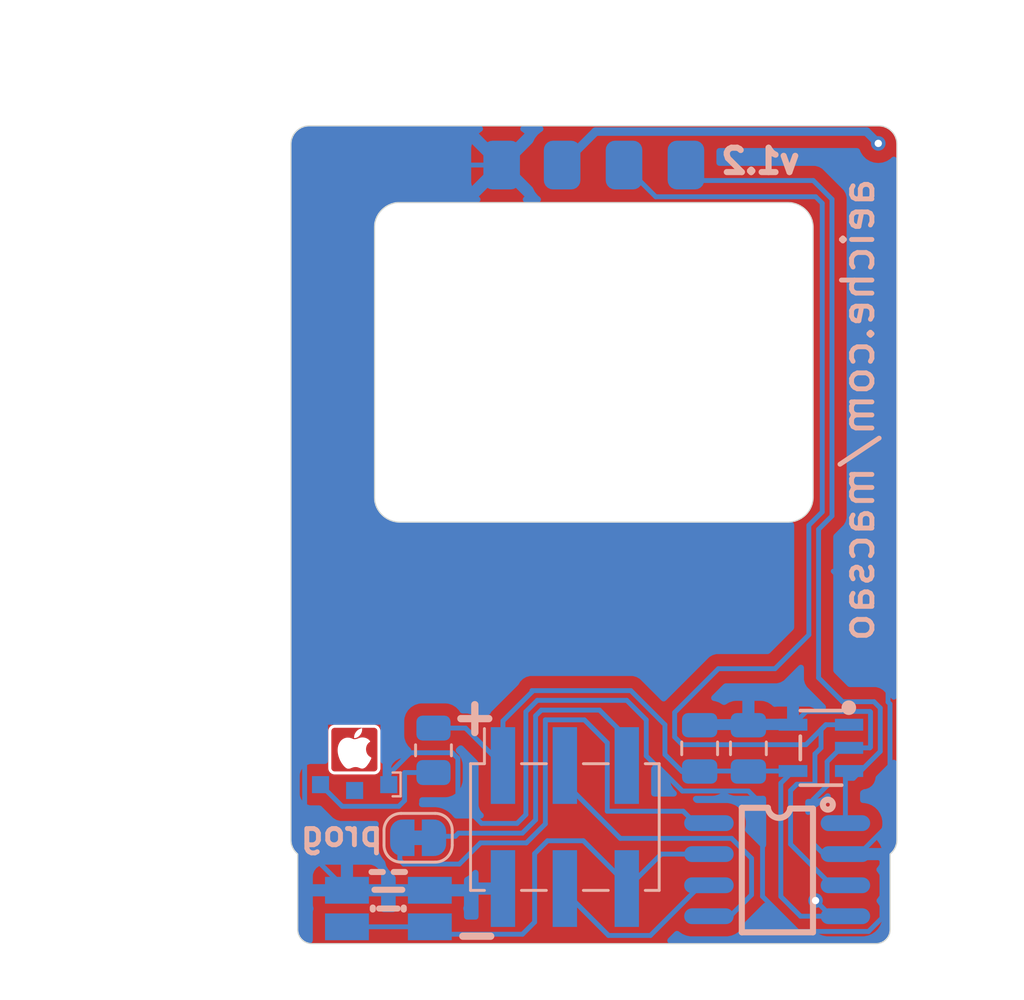
<source format=kicad_pcb>
(kicad_pcb (version 20240108) (generator "pcbnew") (generator_version "8.0")
  (layers (0 "F.Cu" signal) (31 "B.Cu" signal) (34 "B.Paste" user) (35 "F.Paste" user) (36 "B.SilkS" user "B.Silkscreen") (37 "F.SilkS" user "F.Silkscreen") (38 "B.Mask" user) (39 "F.Mask" user) (44 "Edge.Cuts" user))
  (net 0 "")
  (net 1 "+3.3V")
  (net 2 "GND")
  (net 3 "/GPIO2")
  (net 4 "/SoftSDA")
  (net 5 "/SoftSCL")
  (net 6 "/SWIO")
  (net 7 "/SCL")
  (net 8 "/SDA")
  (net 9 "Net-(R1-Pad2)")
  (net 11 "/ProgramEN")
  (footprint "easyeda2kicad:SW-SMD_EVQP7J01P" (layer "B.Cu") (at 159.1 104.995 180)
    (property "Reference" "SW1" (hide yes))
    (property "Value" "EVQP7J01P")
  )
  (footprint "easyeda2kicad:SOT-23-5_L3.0-W1.7-P0.95-LS2.8-BL" (layer "B.Cu") (at 176.85 98.4 -90)
    (property "Reference" "U3" (hide yes))
    (property "Value" "ZD24C08A-STGMT")
  )
  (footprint "Capacitor_SMD:C_0805_2012Metric" (layer "B.Cu") (at 173.87 98.42 -90)
    (property "Reference" "C1" (hide yes))
    (property "Value" "10.0uF" (hide yes))
  )
  (footprint "Connector_PinHeader_2.54mm:PinHeader_2x03_P2.54mm_Vertical_SMD" (layer "B.Cu") (at 166.34 101.65 180)
    (property "Reference" "J1" (hide yes))
    (property "Value" "2x3 SMD Pin Header")
  )
  (footprint "easyeda2kicad:SOP-8_L4.9-W3.8-P1.27-LS6.0-BL" (layer "B.Cu") (at 175.05 103.4 -90)
    (property "Reference" "U2" (hide yes))
    (property "Value" "CH32V003J4M6_C5346354")
  )
  (footprint "Resistor_SMD:R_0805_2012Metric" (layer "B.Cu") (at 160.95 98.5 -90)
    (property "Reference" "R1" (hide yes))
    (property "Value" "1.8Kohm")
  )
  (footprint "easyeda2kicad:LED-SMD_L3.0-W1.5_MHS110WDT-C1" (layer "B.Cu") (at 157.71444 100.03 180)
    (property "Reference" "U1" (hide yes))
    (property "Value" "A-SP110GHC-C01-2C" (hide yes))
  )
  (footprint "Capacitor_SMD:C_0805_2012Metric" (layer "B.Cu") (at 171.87 98.42 -90)
    (property "Reference" "C2" (hide yes))
    (property "Value" "100 nF")
  )
  (footprint "Jumper:SolderJumper-2_P1.3mm_Bridged_RoundedPad1.0x1.5mm" (layer "B.Cu") (at 160.32 102.09 180)
    (property "Reference" "JP1" (hide yes))
    (property "Value" "Program Enable")
  )
  (footprint "Aaron:1x04_SMD_OLED" (layer "B.Cu") (at 167.497 74.477 180)
    (property "Reference" "J2" (hide yes))
    (property "Value" "Display Connector" (hide yes))
  )
  (gr_line (start 159.6 100.3875) (end 159.6 99.4125) (stroke (width 0.1)) (layer "B.SilkS"))
  (gr_line (start 159.275 100.3875) (end 159.6 100.3875) (stroke (width 0.1)) (layer "B.SilkS"))
  (gr_line (start 159.6 99.4125) (end 159.275 99.4125) (stroke (width 0.1)) (layer "B.SilkS"))
  (gr_poly (pts (xy 175.530161 76.017052) (xy 175.583686 76.020936) (xy 175.636389 76.027335) (xy 175.688209 76.036185) (xy 175.739081 76.047425) (xy 175.788943 76.060993) (xy 175.83773 76.076828) (xy 175.885379 76.094867) (xy 175.931828 76.115048) (xy 175.977013 76.137309) (xy 176.02087 76.16159) (xy 176.063336 76.187826) (xy 176.104348 76.215958) (xy 176.143843 76.245922) (xy 176.181757 76.277658) (xy 176.218026 76.311102) (xy 176.252588 76.346193) (xy 176.28538 76.38287) (xy 176.316337 76.421069) (xy 176.345397 76.46073) (xy 176.372495 76.501791) (xy 176.39757 76.544189) (xy 176.420557 76.587862) (xy 176.441394 76.632749) (xy 176.460016 76.678788) (xy 176.476361 76.725917) (xy 176.490364 76.774074) (xy 176.501964 76.823196) (xy 176.511097 76.873223) (xy 176.517698 76.924092) (xy 176.521705 76.975741) (xy 176.523055 77.028109) (xy 176.523055 88.115488) (xy 176.521705 88.167872) (xy 176.517698 88.219571) (xy 176.511097 88.270521) (xy 176.501964 88.320658) (xy 176.490364 88.369918) (xy 176.476361 88.418237) (xy 176.460016 88.46555) (xy 176.441394 88.511793) (xy 176.420557 88.556902) (xy 176.39757 88.600814) (xy 176.372495 88.643464) (xy 176.345397 88.684787) (xy 176.316337 88.72472) (xy 176.28538 88.763198) (xy 176.252588 88.800157) (xy 176.218026 88.835534) (xy 176.181757 88.869264) (xy 176.143843 88.901282) (xy 176.104348 88.931525) (xy 176.063336 88.959929) (xy 176.02087 88.986429) (xy 175.977013 89.010961) (xy 175.931828 89.033461) (xy 175.885379 89.053866) (xy 175.83773 89.07211) (xy 175.788943 89.088129) (xy 175.739081 89.10186) (xy 175.688209 89.113239) (xy 175.636389 89.1222) (xy 175.583686 89.128681) (xy 175.530161 89.132616) (xy 175.475879 89.133942) (xy 159.585223 89.133942) (xy 159.530924 89.132616) (xy 159.477349 89.128681) (xy 159.424563 89.1222) (xy 159.372633 89.113239) (xy 159.321623 89.10186) (xy 159.2716 89.088129) (xy 159.222629 89.07211) (xy 159.174775 89.053866) (xy 159.128104 89.033461) (xy 159.082682 89.010961) (xy 159.038573 88.986429) (xy 158.995845 88.959929) (xy 158.954562 88.931525) (xy 158.914789 88.901282) (xy 158.876593 88.869264) (xy 158.840039 88.835534) (xy 158.805192 88.800157) (xy 158.772118 88.763198) (xy 158.740883 88.72472) (xy 158.711553 88.684787) (xy 158.684191 88.643464) (xy 158.658865 88.600814) (xy 158.63564 88.556902) (xy 158.614582 88.511793) (xy 158.595755 88.46555) (xy 158.579226 88.418237) (xy 158.56506 88.369918) (xy 158.553322 88.320658) (xy 158.544079 88.270521) (xy 158.537396 88.219571) (xy 158.533337 88.167872) (xy 158.53197 88.115488) (xy 158.53197 77.028109) (xy 158.533168 76.978978) (xy 158.536726 76.930447) (xy 158.54259 76.882571) (xy 158.550707 76.835402) (xy 158.561024 76.788991) (xy 158.573487 76.743393) (xy 158.588043 76.69866) (xy 158.604638 76.654845) (xy 158.623218 76.612) (xy 158.643731 76.570178) (xy 158.666122 76.529432) (xy 158.690339 76.489815) (xy 158.716328 76.45138) (xy 158.744035 76.414178) (xy 158.773407 76.378264) (xy 158.804391 76.343689) (xy 158.836932 76.310507) (xy 158.870978 76.27877) (xy 158.906475 76.248531) (xy 158.94337 76.219842) (xy 158.981609 76.192757) (xy 159.021138 76.167329) (xy 159.061905 76.143609) (xy 159.103855 76.121652) (xy 159.146936 76.101508) (xy 159.191093 76.083232) (xy 159.236274 76.066876) (xy 159.282425 76.052493) (xy 159.329492 76.040136) (xy 159.377422 76.029856) (xy 159.426162 76.021708) (xy 159.475658 76.015744) (xy 175.475879 76.015744)) (stroke (width 0.047907)) (fill none) (layer "Edge.Cuts"))
  (gr_poly (pts (xy 179.245161 72.867052) (xy 179.283775 72.869971) (xy 179.321814 72.87478) (xy 179.359229 72.881431) (xy 179.395976 72.889876) (xy 179.432007 72.90007) (xy 179.467274 72.911965) (xy 179.501732 72.925513) (xy 179.535334 72.940669) (xy 179.568032 72.957384) (xy 179.59978 72.975613) (xy 179.630531 72.995308) (xy 179.660239 73.016421) (xy 179.688856 73.038907) (xy 179.716335 73.062717) (xy 179.74263 73.087806) (xy 179.767695 73.114125) (xy 179.791481 73.141629) (xy 179.813943 73.170269) (xy 179.835034 73.2) (xy 179.854706 73.230773) (xy 179.872913 73.262543) (xy 179.889608 73.295261) (xy 179.904745 73.328882) (xy 179.918276 73.363357) (xy 179.930155 73.398641) (xy 179.940335 73.434685) (xy 179.948769 73.471444) (xy 179.95541 73.508869) (xy 179.960212 73.546915) (xy 179.963127 73.585533) (xy 179.964109 73.624678) (xy 179.964109 102.170737) (xy 179.962839 102.214728) (xy 179.959077 102.257984) (xy 179.952898 102.300444) (xy 179.944375 102.342051) (xy 179.933581 102.382747) (xy 179.920591 102.422474) (xy 179.905478 102.461174) (xy 179.888316 102.498788) (xy 179.869178 102.535259) (xy 179.848138 102.570527) (xy 179.825271 102.604536) (xy 179.800648 102.637227) (xy 179.774346 102.668542) (xy 179.746436 102.698423) (xy 179.716993 102.726811) (xy 179.68609 102.753649) (xy 179.68609 105.851649) (xy 179.685333 105.881782) (xy 179.683086 105.91151) (xy 179.679385 105.940798) (xy 179.674265 105.969607) (xy 179.667765 105.997903) (xy 179.659918 106.02565) (xy 179.650763 106.05281) (xy 179.640334 106.079348) (xy 179.628668 106.105228) (xy 179.615801 106.130414) (xy 179.60177 106.154868) (xy 179.586611 106.178556) (xy 179.570359 106.201442) (xy 179.553051 106.223488) (xy 179.534723 106.244658) (xy 179.515411 106.264918) (xy 179.495151 106.284229) (xy 179.473981 106.302557) (xy 179.451935 106.319865) (xy 179.42905 106.336117) (xy 179.405362 106.351276) (xy 179.380907 106.365307) (xy 179.355722 106.378174) (xy 179.329842 106.389839) (xy 179.303304 106.400268) (xy 179.276144 106.409423) (xy 179.248399 106.417269) (xy 179.220103 106.42377) (xy 179.191294 106.428889) (xy 179.162008 106.43259) (xy 179.13228 106.434838) (xy 179.102148 106.435595) (xy 155.962477 106.435595) (xy 155.932344 106.434838) (xy 155.902616 106.43259) (xy 155.87333 106.428889) (xy 155.84452 106.42377) (xy 155.816225 106.417269) (xy 155.788479 106.409423) (xy 155.761319 106.400267) (xy 155.734781 106.389839) (xy 155.708901 106.378173) (xy 155.683716 106.365306) (xy 155.659261 106.351275) (xy 155.635573 106.336116) (xy 155.612688 106.319864) (xy 155.590642 106.302556) (xy 155.569472 106.284228) (xy 155.549212 106.264916) (xy 155.529901 106.244657) (xy 155.511573 106.223486) (xy 155.494265 106.20144) (xy 155.478013 106.178555) (xy 155.462854 106.154867) (xy 155.448822 106.130412) (xy 155.435956 106.105226) (xy 155.42429 106.079346) (xy 155.413862 106.052808) (xy 155.404706 106.025648) (xy 155.39686 105.997902) (xy 155.390359 105.969606) (xy 155.38524 105.940797) (xy 155.381539 105.91151) (xy 155.379291 105.881782) (xy 155.378534 105.851649) (xy 155.378534 102.753649) (xy 155.347607 102.726813) (xy 155.318134 102.698427) (xy 155.290189 102.66855) (xy 155.263847 102.637239) (xy 155.239184 102.604552) (xy 155.216273 102.570547) (xy 155.19519 102.535282) (xy 155.176009 102.498815) (xy 155.158804 102.461204) (xy 155.143651 102.422506) (xy 155.130625 102.382779) (xy 155.119799 102.342081) (xy 155.111249 102.30047) (xy 155.10505 102.258003) (xy 155.101275 102.21474) (xy 155.1 102.170737) (xy 155.1 73.624678) (xy 155.100984 73.585533) (xy 155.103904 73.546915) (xy 155.108712 73.508869) (xy 155.115363 73.471444) (xy 155.123808 73.434685) (xy 155.134002 73.398641) (xy 155.145896 73.363357) (xy 155.159445 73.328882) (xy 155.174601 73.295261) (xy 155.191316 73.262543) (xy 155.209545 73.230773) (xy 155.229239 73.2) (xy 155.250353 73.170269) (xy 155.272838 73.141629) (xy 155.296649 73.114125) (xy 155.321737 73.087806) (xy 155.348057 73.062717) (xy 155.37556 73.038907) (xy 155.404201 73.016421) (xy 155.433931 72.995308) (xy 155.464705 72.975613) (xy 155.496474 72.957384) (xy 155.529193 72.940669) (xy 155.562813 72.925513) (xy 155.597289 72.911965) (xy 155.632572 72.90007) (xy 155.668617 72.889876) (xy 155.705376 72.881431) (xy 155.742801 72.87478) (xy 155.780847 72.869971) (xy 155.819465 72.867052) (xy 155.85861 72.866068) (xy 179.206018 72.866068)) (stroke (width 0.049999)) (fill none) (layer "Edge.Cuts"))
  (gr_text "v1.2" (at 176.1 74.9 0) (layer "B.SilkS") (effects (font (size 1 1) (thickness 0.25) (bold yes)) (justify left bottom mirror)))
  (gr_text "aeiche.com/macsao" (at 179.1 74.9 90) (layer "B.SilkS") (effects (font (size 1.25 1.25) (thickness 0.2)) (justify left bottom mirror)))
  (gr_text "-" (at 161.6 106.9 0) (layer "B.SilkS") (effects (font (size 1.5 1.5) (thickness 0.3) (bold yes)) (justify left bottom)))
  (gr_text "+" (at 161.52 97.97 0) (layer "B.SilkS") (effects (font (size 1.5 1.5) (thickness 0.3) (bold yes)) (justify left bottom)))
  (gr_text "prog" (at 158.98 102.51 0) (layer "B.SilkS") (effects (font (size 1 1) (thickness 0.2) (bold yes)) (justify left bottom mirror)))
  (segment (start 178.886 73.9) (end 179.198 73.588) (width 0.2) (layer "F.Cu") (net 1))
  (segment (start 176.623055 76.162945) (end 179.198 73.588) (width 0.2) (layer "F.Cu") (net 1))
  (segment (start 176.624436 102.174436) (end 176.623055 102.173055) (width 0.2) (layer "F.Cu") (net 1))
  (segment (start 176.624436 104.667533) (end 176.624436 102.174436) (width 0.2) (layer "F.Cu") (net 1))
  (segment (start 176.025 89.4) (end 176.9 88.525) (width 0.2) (layer "F.Cu") (net 1))
  (segment (start 155.9 91.9) (end 158.4 89.4) (width 0.2) (layer "F.Cu") (net 1))
  (segment (start 176.9 88.525) (end 176.9 73.9) (width 0.2) (layer "F.Cu") (net 1))
  (segment (start 176.9 73.9) (end 178.886 73.9) (width 0.2) (layer "F.Cu") (net 1))
  (segment (start 158.4 89.4) (end 176.025 89.4) (width 0.2) (layer "F.Cu") (net 1))
  (segment (start 176.623055 102.173055) (end 176.623055 76.162945) (width 0.2) (layer "F.Cu") (net 1))
  (via (at 176.624436 104.667533) (size 0.6) (drill 0.3) (layers "F.Cu" "B.Cu") (net 1))
  (via (at 179.198 73.588) (size 0.6) (drill 0.3) (layers "F.Cu" "B.Cu") (net 1))
  (segment (start 169.045686 96.05) (end 170.445 97.449314) (width 0.2) (layer "B.Cu") (net 1))
  (segment (start 177.266903 105.31) (end 176.624436 104.667533) (width 0.2) (layer "B.Cu") (net 1))
  (segment (start 178.712 73.102) (end 179.198 73.588) (width 0.35) (layer "B.Cu") (net 1))
  (segment (start 175.7 99.35) (end 175.2 99.85) (width 0.2) (layer "B.Cu") (net 1))
  (segment (start 175.65 99.4) (end 175.7 99.35) (width 0.2) (layer "B.Cu") (net 1))
  (segment (start 175.2 104.5) (end 176.01 105.31) (width 0.2) (layer "B.Cu") (net 1))
  (segment (start 170.445 97.449314) (end 170.445 98.67) (width 0.2) (layer "B.Cu") (net 1))
  (segment (start 170.445 98.67) (end 171.145 99.37) (width 0.2) (layer "B.Cu") (net 1))
  (segment (start 160.95 97.5875) (end 162.2625 97.5875) (width 0.2) (layer "B.Cu") (net 1))
  (segment (start 177.85 105.31) (end 177.266903 105.31) (width 0.2) (layer "B.Cu") (net 1))
  (segment (start 171.145 99.37) (end 171.87 99.37) (width 0.2) (layer "B.Cu") (net 1))
  (segment (start 164.99 96.05) (end 169.045686 96.05) (width 0.2) (layer "B.Cu") (net 1))
  (segment (start 162.2625 97.5875) (end 163.8 99.125) (width 0.2) (layer "B.Cu") (net 1))
  (segment (start 163.8 97.292943) (end 164.99 96.102943) (width 0.2) (layer "B.Cu") (net 1))
  (segment (start 166.227 74.477) (end 167.602 73.102) (width 0.35) (layer "B.Cu") (net 1))
  (segment (start 164.99 96.102943) (end 164.99 96.05) (width 0.2) (layer "B.Cu") (net 1))
  (segment (start 175.7 99.35) (end 171.89 99.35) (width 0.2) (layer "B.Cu") (net 1))
  (segment (start 175.2 99.85) (end 175.2 104.5) (width 0.2) (layer "B.Cu") (net 1))
  (segment (start 171.89 99.35) (end 171.87 99.37) (width 0.2) (layer "B.Cu") (net 1))
  (segment (start 176.01 105.31) (end 177.85 105.31) (width 0.2) (layer "B.Cu") (net 1))
  (segment (start 167.602 73.102) (end 178.712 73.102) (width 0.35) (layer "B.Cu") (net 1))
  (segment (start 163.8 99.125) (end 163.8 97.292943) (width 0.2) (layer "B.Cu") (net 1))
  (segment (start 156.733578 97.2) (end 157.7 97.2) (width 0.2) (layer "B.Cu") (net 2))
  (segment (start 179.35 105.383883) (end 178.798883 105.935) (width 0.2) (layer "B.Cu") (net 2))
  (segment (start 178 98.4) (end 177.665 98.4) (width 0.2) (layer "B.Cu") (net 2))
  (segment (start 170.210256 99.22) (end 170.17 99.22) (width 0.2) (layer "B.Cu") (net 2))
  (segment (start 176.96 102.76) (end 177.85 102.76) (width 0.2) (layer "B.Cu") (net 2))
  (segment (start 176.245 96.905) (end 178.855 96.905) (width 0.2) (layer "B.Cu") (net 2))
  (segment (start 160.8 104.245) (end 163.73 104.245) (width 0.2) (layer "B.Cu") (net 2))
  (segment (start 179.6 93.4) (end 177.35 91.15) (width 0.2) (layer "B.Cu") (net 2))
  (segment (start 175.7 97.45) (end 171.89 97.45) (width 0.2) (layer "B.Cu") (net 2))
  (segment (start 175.885 105.935) (end 174.45 104.5) (width 0.2) (layer "B.Cu") (net 2))
  (segment (start 177.85 102.76) (end 179.1 102.76) (width 0.2) (layer "B.Cu") (net 2))
  (segment (start 155.66444 98.269138) (end 156.733578 97.2) (width 0.2) (layer "B.Cu") (net 2))
  (segment (start 169.68 97.25) (end 168.88 96.45) (width 0.2) (layer "B.Cu") (net 2))
  (segment (start 179.68 101.495) (end 179.68 96.598629) (width 0.2) (layer "B.Cu") (net 2))
  (segment (start 176.535 100.515686) (end 176.535 102.335) (width 0.2) (layer "B.Cu") (net 2))
  (segment (start 157.7 97.2) (end 157.88197 97.01803) (width 0.2) (layer "B.Cu") (net 2))
  (segment (start 170.17 99.22) (end 169.68 98.73) (width 0.2) (layer "B.Cu") (net 2))
  (segment (start 175.7 97.45) (end 176.245 96.905) (width 0.2) (layer "B.Cu") (net 2))
  (segment (start 160.72 104.175) (end 160.65 104.245) (width 0.2) (layer "B.Cu") (net 2))
  (segment (start 178.88 98.37) (end 178.85 98.4) (width 0.2) (layer "B.Cu") (net 2))
  (segment (start 179.35 103.01) (end 179.35 105.383883) (width 0.2) (layer "B.Cu") (net 2))
  (segment (start 159.11444 99.48) (end 159.11444 99.91) (width 0.2) (layer "B.Cu") (net 2))
  (segment (start 157.88197 76.071278) (end 157.88197 96.18197) (width 0.2) (layer "B.Cu") (net 2))
  (segment (start 159.11444 97.41444) (end 159.11444 99.703706) (width 0.2) (layer "B.Cu") (net 2))
  (segment (start 168.88 96.45) (end 165.208629 96.45) (width 0.2) (layer "B.Cu") (net 2))
  (segment (start 179.1 102.76) (end 179.35 103.01) (width 0.2) (layer "B.Cu") (net 2))
  (segment (start 177.665 98.4) (end 177.1 98.965) (width 0.2) (layer "B.Cu") (net 2))
  (segment (start 178.85 98.4) (end 178 98.4) (width 0.2) (layer "B.Cu") (net 2))
  (segment (start 163.73 104.245) (end 163.8 104.175) (width 0.2) (layer "B.Cu") (net 2))
  (segment (start 157.88197 96.18197) (end 159.11444 97.41444) (width 0.2) (layer "B.Cu") (net 2))
  (segment (start 177.85 102.76) (end 178.415 102.76) (width 0.2) (layer "B.Cu") (net 2))
  (segment (start 176.535 102.335) (end 176.96 102.76) (width 0.2) (layer "B.Cu") (net 2))
  (segment (start 177.1 98.965) (end 177.1 99.950686) (width 0.2) (layer "B.Cu") (net 2))
  (segment (start 159.476248 74.477) (end 157.88197 76.071278) (width 0.2) (layer "B.Cu") (net 2))
  (segment (start 161.95 98.83) (end 161.72 98.6) (width 0.2) (layer "B.Cu") (net 2))
  (segment (start 178.415 102.76) (end 179.68 101.495) (width 0.2) (layer "B.Cu") (net 2))
  (segment (start 171.160256 100.17) (end 170.210256 99.22) (width 0.2) (layer "B.Cu") (net 2))
  (segment (start 155.66444 102.50944) (end 155.66444 98.269138) (width 0.2) (layer "B.Cu") (net 2))
  (segment (start 171.89 97.45) (end 171.87 97.47) (width 0.2) (layer "B.Cu") (net 2))
  (segment (start 159.11444 97.63556) (end 159.11444 99.703706) (width 0.2) (layer "B.Cu") (net 2))
  (segment (start 157.88197 97.01803) (end 157.88197 96.18197) (width 0.2) (layer "B.Cu") (net 2))
  (segment (start 161.72 98.6) (end 159.99444 98.6) (width 0.2) (layer "B.Cu") (net 2))
  (segment (start 165.208629 96.45) (end 164.74 96.918629) (width 0.2) (layer "B.Cu") (net 2))
  (segment (start 178.855 96.905) (end 178.88 96.93) (width 0.2) (layer "B.Cu") (net 2))
  (segment (start 163.747 74.477) (end 159.476248 74.477) (width 0.2) (layer "B.Cu") (net 2))
  (segment (start 177.1 99.950686) (end 176.535 100.515686) (width 0.2) (layer "B.Cu") (net 2))
  (segment (start 164.38 101.5) (end 162.92 101.5) (width 0.2) (layer "B.Cu") (net 2))
  (segment (start 161.95 100.53) (end 161.95 98.83) (width 0.2) (layer "B.Cu") (net 2))
  (segment (start 179.6 96.518629) (end 179.6 93.4) (width 0.2) (layer "B.Cu") (net 2))
  (segment (start 157.4 104.245) (end 160.8 104.245) (width 0.2) (layer "B.Cu") (net 2))
  (segment (start 174.45 100.75) (end 173.87 100.17) (width 0.2) (layer "B.Cu") (net 2))
  (segment (start 178.798883 105.935) (end 175.885 105.935) (width 0.2) (layer "B.Cu") (net 2))
  (segment (start 179.68 96.598629) (end 179.6 96.518629) (width 0.2) (layer "B.Cu") (net 2))
  (segment (start 178.88 96.93) (end 178.88 98.37) (width 0.2) (layer "B.Cu") (net 2))
  (segment (start 157.4 104.245) (end 155.66444 102.50944) (width 0.2) (layer "B.Cu") (net 2))
  (segment (start 173.87 100.17) (end 171.160256 100.17) (width 0.2) (layer "B.Cu") (net 2))
  (segment (start 162.92 101.5) (end 161.95 100.53) (width 0.2) (layer "B.Cu") (net 2))
  (segment (start 174.45 104.5) (end 174.45 100.75) (width 0.2) (layer "B.Cu") (net 2))
  (segment (start 161.2 104.245) (end 160.65 104.245) (width 0.2) (layer "B.Cu") (net 2))
  (segment (start 159.99444 98.6) (end 159.11444 99.48) (width 0.2) (layer "B.Cu") (net 2))
  (segment (start 164.74 101.14) (end 164.38 101.5) (width 0.2) (layer "B.Cu") (net 2))
  (segment (start 169.68 98.73) (end 169.68 97.25) (width 0.2) (layer "B.Cu") (net 2))
  (segment (start 164.74 96.918629) (end 164.74 101.14) (width 0.2) (layer "B.Cu") (net 2))
  (segment (start 168.88 103.992843) (end 167.1 102.212843) (width 0.2) (layer "B.Cu") (net 3))
  (segment (start 168.88 104.175) (end 168.88 103.992843) (width 0.2) (layer "B.Cu") (net 3))
  (segment (start 164.6 106.05) (end 161.105 106.05) (width 0.2) (layer "B.Cu") (net 3))
  (segment (start 170.295 102.76) (end 168.88 104.175) (width 0.2) (layer "B.Cu") (net 3))
  (segment (start 157.4 105.745) (end 160.8 105.745) (width 0.2) (layer "B.Cu") (net 3))
  (segment (start 167.1 102.212843) (end 165.627157 102.212843) (width 0.2) (layer "B.Cu") (net 3))
  (segment (start 160.65 105.745) (end 160.955 106.05) (width 0.2) (layer "B.Cu") (net 3))
  (segment (start 165.1 105.55) (end 164.6 106.05) (width 0.2) (layer "B.Cu") (net 3))
  (segment (start 165.1 102.74) (end 165.1 105.55) (width 0.2) (layer "B.Cu") (net 3))
  (segment (start 165.627157 102.212843) (end 165.1 102.74) (width 0.2) (layer "B.Cu") (net 3))
  (segment (start 172.25 102.76) (end 170.295 102.76) (width 0.2) (layer "B.Cu") (net 3))
  (segment (start 161.105 106.05) (end 160.8 105.745) (width 0.2) (layer "B.Cu") (net 3))
  (segment (start 178.175 99.65) (end 179.28 98.545) (width 0.2) (layer "B.Cu") (net 4))
  (segment (start 177.73 96.505) (end 176.75 95.525) (width 0.2) (layer "B.Cu") (net 4))
  (segment (start 177.3 75.881) (end 176.531 75.112) (width 0.2) (layer "B.Cu") (net 4))
  (segment (start 177.85 99.65) (end 178.175 99.65) (width 0.2) (layer "B.Cu") (net 4))
  (segment (start 177.85 99.65) (end 177.85 99.5) (width 0.2) (layer "B.Cu") (net 4))
  (segment (start 176.75 89.428686) (end 177.3 88.878686) (width 0.2) (layer "B.Cu") (net 4))
  (segment (start 176.75 95.525) (end 176.75 89.428686) (width 0.2) (layer "B.Cu") (net 4))
  (segment (start 179.020685 96.505) (end 177.73 96.505) (width 0.2) (layer "B.Cu") (net 4))
  (segment (start 179.28 96.764315) (end 179.020685 96.505) (width 0.2) (layer "B.Cu") (net 4))
  (segment (start 176.531 75.112) (end 171.942 75.112) (width 0.2) (layer "B.Cu") (net 4))
  (segment (start 177.3 88.878686) (end 177.3 75.881) (width 0.2) (layer "B.Cu") (net 4))
  (segment (start 177.85 101.49) (end 177.85 99.65) (width 0.2) (layer "B.Cu") (net 4))
  (segment (start 177.85 99.5) (end 178 99.35) (width 0.2) (layer "B.Cu") (net 4))
  (segment (start 179.28 98.545) (end 179.28 96.764315) (width 0.2) (layer "B.Cu") (net 4))
  (segment (start 171.942 75.112) (end 171.307 74.477) (width 0.2) (layer "B.Cu") (net 4))
  (segment (start 176.23 98.27) (end 177.05 97.45) (width 0.2) (layer "B.Cu") (net 5))
  (segment (start 171.160256 98.27) (end 176.23 98.27) (width 0.2) (layer "B.Cu") (net 5))
  (segment (start 170.845 96.945256) (end 170.845 97.954744) (width 0.2) (layer "B.Cu") (net 5))
  (segment (start 176.9 76.046686) (end 176.9 88.713) (width 0.2) (layer "B.Cu") (net 5))
  (segment (start 170.845 97.954744) (end 171.160256 98.27) (width 0.2) (layer "B.Cu") (net 5))
  (segment (start 175.6 102.355) (end 175.6 100.15) (width 0.2) (layer "B.Cu") (net 5))
  (segment (start 177.05 97.45) (end 178 97.45) (width 0.2) (layer "B.Cu") (net 5))
  (segment (start 176.6 98.65) (end 176.85 98.4) (width 0.2) (layer "B.Cu") (net 5))
  (segment (start 176.35 89.263) (end 176.35 93.76) (width 0.2) (layer "B.Cu") (net 5))
  (segment (start 176.85 98.4) (end 176.85 97.65) (width 0.2) (layer "B.Cu") (net 5))
  (segment (start 176.630314 75.777) (end 176.9 76.046686) (width 0.2) (layer "B.Cu") (net 5))
  (segment (start 175.6 100.15) (end 175.855 99.895) (width 0.2) (layer "B.Cu") (net 5))
  (segment (start 176.35 93.76) (end 174.96 95.15) (width 0.2) (layer "B.Cu") (net 5))
  (segment (start 176.59 99.895) (end 176.6 99.885) (width 0.2) (layer "B.Cu") (net 5))
  (segment (start 177.85 104.04) (end 177.285 104.04) (width 0.2) (layer "B.Cu") (net 5))
  (segment (start 174.96 95.15) (end 172.640256 95.15) (width 0.2) (layer "B.Cu") (net 5))
  (segment (start 172.640256 95.15) (end 170.845 96.945256) (width 0.2) (layer "B.Cu") (net 5))
  (segment (start 170.067 75.777) (end 176.630314 75.777) (width 0.2) (layer "B.Cu") (net 5))
  (segment (start 168.767 74.477) (end 170.067 75.777) (width 0.2) (layer "B.Cu") (net 5))
  (segment (start 176.85 97.65) (end 177.05 97.45) (width 0.2) (layer "B.Cu") (net 5))
  (segment (start 177.285 104.04) (end 175.6 102.355) (width 0.2) (layer "B.Cu") (net 5))
  (segment (start 176.9 88.713) (end 176.35 89.263) (width 0.2) (layer "B.Cu") (net 5))
  (segment (start 175.855 99.895) (end 176.59 99.895) (width 0.2) (layer "B.Cu") (net 5))
  (segment (start 176.6 99.885) (end 176.6 98.65) (width 0.2) (layer "B.Cu") (net 5))
  (segment (start 172.25 101.49) (end 171.685 101.49) (width 0.2) (layer "B.Cu") (net 6))
  (segment (start 171.195 101) (end 168.08 101) (width 0.2) (layer "B.Cu") (net 6))
  (segment (start 168.08 98.19) (end 167.14 97.25) (width 0.2) (layer "B.Cu") (net 6))
  (segment (start 162.88 102.3) (end 162.01 103.17) (width 0.2) (layer "B.Cu") (net 6))
  (segment (start 165.54 101.52) (end 164.76 102.3) (width 0.2) (layer "B.Cu") (net 6))
  (segment (start 171.685 101.49) (end 171.195 101) (width 0.2) (layer "B.Cu") (net 6))
  (segment (start 167.14 97.25) (end 165.54 97.25) (width 0.2) (layer "B.Cu") (net 6))
  (segment (start 159.57 102.09) (end 159.76444 101.89556) (width 0.2) (layer "B.Cu") (net 6))
  (segment (start 159.73 103.17) (end 159.57 103.01) (width 0.2) (layer "B.Cu") (net 6))
  (segment (start 162.01 103.17) (end 159.73 103.17) (width 0.2) (layer "B.Cu") (net 6))
  (segment (start 168.08 101) (end 168.08 98.19) (width 0.2) (layer "B.Cu") (net 6))
  (segment (start 164.76 102.3) (end 162.88 102.3) (width 0.2) (layer "B.Cu") (net 6))
  (segment (start 159.57 103.01) (end 159.57 102.09) (width 0.2) (layer "B.Cu") (net 6))
  (segment (start 165.54 97.25) (end 165.54 101.52) (width 0.2) (layer "B.Cu") (net 6))
  (segment (start 169.85 106.1) (end 171.91 104.04) (width 0.2) (layer "B.Cu") (net 7))
  (segment (start 168.13 106.1) (end 169.85 106.1) (width 0.2) (layer "B.Cu") (net 7))
  (segment (start 171.91 104.04) (end 172.25 104.04) (width 0.2) (layer "B.Cu") (net 7))
  (segment (start 166.34 104.31) (end 168.13 106.1) (width 0.2) (layer "B.Cu") (net 7))
  (segment (start 166.34 104.175) (end 166.34 104.31) (width 0.2) (layer "B.Cu") (net 7))
  (segment (start 173.119569 105.31) (end 172.25 105.31) (width 0.2) (layer "B.Cu") (net 8))
  (segment (start 173.178883 102.115) (end 174 102.936117) (width 0.2) (layer "B.Cu") (net 8))
  (segment (start 168.615 102.115) (end 173.178883 102.115) (width 0.2) (layer "B.Cu") (net 8))
  (segment (start 174 102.936117) (end 174 104.429569) (width 0.2) (layer "B.Cu") (net 8))
  (segment (start 166.34 99.125) (end 166.34 99.84) (width 0.2) (layer "B.Cu") (net 8))
  (segment (start 174 104.429569) (end 173.119569 105.31) (width 0.2) (layer "B.Cu") (net 8))
  (segment (start 166.34 99.84) (end 168.615 102.115) (width 0.2) (layer "B.Cu") (net 8))
  (segment (start 157.20444 100.8) (end 156.31444 99.91) (width 0.2) (layer "B.Cu") (net 9))
  (segment (start 156.06444 99.953706) (end 156.31444 99.703706) (width 0.2) (layer "B.Cu") (net 9))
  (segment (start 161.2375 99.125) (end 160.95 99.4125) (width 0.2) (layer "B.Cu") (net 9))
  (segment (start 159.76444 100.56) (end 159.52444 100.8) (width 0.2) (layer "B.Cu") (net 9))
  (segment (start 159.76444 99.4125) (end 159.76444 100.56) (width 0.2) (layer "B.Cu") (net 9))
  (segment (start 156.35 99.739266) (end 156.31444 99.703706) (width 0.2) (layer "B.Cu") (net 9))
  (segment (start 159.52444 100.8) (end 157.20444 100.8) (width 0.2) (layer "B.Cu") (net 9))
  (segment (start 160.95 99.4125) (end 159.76444 99.4125) (width 0.2) (layer "B.Cu") (net 9))
  (segment (start 161.844314 102.03) (end 161.974314 101.9) (width 0.2) (layer "B.Cu") (net 11))
  (segment (start 160.87 102.09) (end 160.87 101.76) (width 0.2) (layer "B.Cu") (net 11))
  (segment (start 161.14 102.03) (end 161.844314 102.03) (width 0.2) (layer "B.Cu") (net 11))
  (segment (start 160.87 101.76) (end 161.14 102.03) (width 0.2) (layer "B.Cu") (net 11))
  (segment (start 165.14 97.084315) (end 165.374315 96.85) (width 0.2) (layer "B.Cu") (net 11))
  (segment (start 165.374315 96.85) (end 167.76 96.85) (width 0.2) (layer "B.Cu") (net 11))
  (segment (start 168.88 99.48) (end 168.88 99.125) (width 0.2) (layer "B.Cu") (net 11))
  (segment (start 161.974314 101.9) (end 164.594314 101.9) (width 0.2) (layer "B.Cu") (net 11))
  (segment (start 167.76 96.85) (end 168.88 97.97) (width 0.2) (layer "B.Cu") (net 11))
  (segment (start 164.594314 101.9) (end 165.14 101.354314) (width 0.2) (layer "B.Cu") (net 11))
  (segment (start 168.88 97.97) (end 168.88 99.125) (width 0.2) (layer "B.Cu") (net 11))
  (segment (start 165.14 101.354314) (end 165.14 97.084315) (width 0.2) (layer "B.Cu") (net 11))
  (zone (net 1) (net_name "+3.3V") (layer "F.Cu") (connect_pads (clearance 0.025)) (min_thickness 0.025) (fill yes (thermal_gap 0.5) (thermal_bridge_width 0.5))
    (polygon (pts (xy 156.75 97.575) (xy 156.75 99.375) (xy 158.65 99.375) (xy 158.65 97.575)))
  )
  (zone (net 1) (net_name "+3.3V") (layer "F.Cu") (connect_pads (clearance 0.5)) (min_thickness 0.25) (fill yes (thermal_gap 0.5) (thermal_bridge_width 0.5))
    (polygon (pts (xy 154.2 72.6) (xy 154.2 107.25) (xy 181 107.15) (xy 181 72.5)))
  )
  (zone (net 0) (net_name "") (layers "F&B.Cu" "*.Paste" "*.SilkS" "F.Mask") (connect_pads (clearance 0)) (min_thickness 0.25)
    (keepout (tracks not_allowed) (vias not_allowed) (pads not_allowed) (copperpour not_allowed) (footprints allowed))
    (fill (thermal_gap 0.5) (thermal_bridge_width 0.5))
    (polygon (pts (xy 158.508307 97.450156) (xy 158.5091 97.45002) (xy 158.519647 97.450287) (xy 158.521211 97.450639) (xy 158.522801 97.450447) (xy 158.533211 97.451238) (xy 158.534755 97.451669) (xy 158.536357 97.451557) (xy 158.546616 97.452861) (xy 158.548129 97.453367) (xy 158.549725 97.453336) (xy 158.559819 97.455139) (xy 158.561297 97.455717) (xy 158.562885 97.455766) (xy 158.572803 97.458055) (xy 158.574244 97.458704) (xy 158.575818 97.458831) (xy 158.585546 97.461593) (xy 158.586944 97.462308) (xy 158.5885 97.462512) (xy 158.598025 97.465733) (xy 158.599384 97.466516) (xy 158.600929 97.466796) (xy 158.610237 97.470468) (xy 158.611541 97.471307) (xy 158.613053 97.471659) (xy 158.622133 97.475764) (xy 158.623386 97.47666) (xy 158.624872 97.477083) (xy 158.63371 97.481609) (xy 158.634918 97.482565) (xy 158.63638 97.483059) (xy 158.644964 97.487995) (xy 158.646116 97.489002) (xy 158.647544 97.489562) (xy 158.65586 97.494894) (xy 158.656957 97.49595) (xy 158.658344 97.496573) (xy 158.666382 97.502288) (xy 158.667422 97.503391) (xy 158.668778 97.504079) (xy 158.676522 97.510165) (xy 158.67751 97.511318) (xy 158.67883 97.51207) (xy 158.686268 97.518513) (xy 158.687195 97.519706) (xy 158.68847 97.520515) (xy 158.695589 97.527302) (xy 158.696458 97.528538) (xy 158.697695 97.529408) (xy 158.704484 97.536527) (xy 158.705296 97.537807) (xy 158.706491 97.538736) (xy 158.712933 97.546173) (xy 158.713683 97.54749) (xy 158.714832 97.548475) (xy 158.720918 97.556218) (xy 158.721606 97.557573) (xy 158.722711 97.558616) (xy 158.728426 97.566652) (xy 158.729051 97.568045) (xy 158.730112 97.569147) (xy 158.735443 97.577464) (xy 158.736 97.578886) (xy 158.737005 97.580036) (xy 158.741941 97.58862) (xy 158.742432 97.590076) (xy 158.743387 97.591282) (xy 158.747914 97.60012) (xy 158.748337 97.601607) (xy 158.749237 97.602866) (xy 158.753342 97.611946) (xy 158.753693 97.613459) (xy 158.754536 97.614768) (xy 158.758206 97.624075) (xy 158.758484 97.625614) (xy 158.759264 97.626967) (xy 158.762487 97.636491) (xy 158.76269 97.638051) (xy 158.763408 97.639453) (xy 158.76617 97.64918) (xy 158.766296 97.650754) (xy 158.766946 97.652196) (xy 158.769235 97.662113) (xy 158.769283 97.6637) (xy 158.769862 97.665179) (xy 158.771665 97.675273) (xy 158.771633 97.67687) (xy 158.772141 97.678388) (xy 158.773444 97.688647) (xy 158.773332 97.69024) (xy 158.773762 97.69178) (xy 158.774554 97.702189) (xy 158.77436 97.703786) (xy 158.774714 97.705355) (xy 158.77498 97.715903) (xy 158.774843 97.716692) (xy 158.775 97.717479) (xy 158.775 99.223781) (xy 158.774843 99.224567) (xy 158.77498 99.225357) (xy 158.774714 99.235905) (xy 158.77436 99.237473) (xy 158.774554 99.23907) (xy 158.773762 99.24948) (xy 158.773332 99.251019) (xy 158.773444 99.252615) (xy 158.772141 99.262873) (xy 158.771633 99.26439) (xy 158.771665 99.265987) (xy 158.769862 99.276081) (xy 158.769283 99.277559) (xy 158.769235 99.279147) (xy 158.766946 99.289064) (xy 158.766296 99.290505) (xy 158.76617 99.29208) (xy 158.763408 99.301807) (xy 158.76269 99.303208) (xy 158.762487 99.304769) (xy 158.759264 99.314293) (xy 158.758484 99.315645) (xy 158.758206 99.317185) (xy 158.754536 99.326492) (xy 158.753693 99.3278) (xy 158.753342 99.329314) (xy 158.749237 99.338394) (xy 158.748337 99.339652) (xy 158.747914 99.34114) (xy 158.743387 99.349978) (xy 158.742432 99.351183) (xy 158.741941 99.35264) (xy 158.737005 99.361224) (xy 158.736 99.362373) (xy 158.735443 99.363796) (xy 158.730112 99.372113) (xy 158.729051 99.373214) (xy 158.728426 99.374608) (xy 158.722711 99.382644) (xy 158.721606 99.383686) (xy 158.720918 99.385042) (xy 158.714832 99.392785) (xy 158.713685 99.393767) (xy 158.712936 99.395084) (xy 158.706494 99.402522) (xy 158.705293 99.403455) (xy 158.70448 99.404737) (xy 158.697692 99.411855) (xy 158.696459 99.412721) (xy 158.695592 99.413955) (xy 158.688473 99.420743) (xy 158.687193 99.421554) (xy 158.686264 99.422751) (xy 158.678827 99.429193) (xy 158.677508 99.429943) (xy 158.676522 99.431095) (xy 158.668778 99.437181) (xy 158.667422 99.437868) (xy 158.666382 99.438972) (xy 158.658344 99.444687) (xy 158.656957 99.445309) (xy 158.65586 99.446366) (xy 158.647544 99.451698) (xy 158.646116 99.452257) (xy 158.644964 99.453265) (xy 158.63638 99.458201) (xy 158.634918 99.458694) (xy 158.63371 99.459651) (xy 158.624872 99.464177) (xy 158.623386 99.464599) (xy 158.622133 99.465496) (xy 158.613053 99.469601) (xy 158.611541 99.469952) (xy 158.610237 99.470792) (xy 158.600929 99.474464) (xy 158.599384 99.474743) (xy 158.598025 99.475527) (xy 158.5885 99.478748) (xy 158.586946 99.47895) (xy 158.585551 99.479665) (xy 158.575824 99.482429) (xy 158.574241 99.482556) (xy 158.572797 99.483207) (xy 158.56288 99.485495) (xy 158.561295 99.485543) (xy 158.559819 99.486121) (xy 158.549725 99.487924) (xy 158.548129 99.487892) (xy 158.546616 99.488399) (xy 158.536357 99.489703) (xy 158.534755 99.48959) (xy 158.533211 99.490022) (xy 158.522801 99.490813) (xy 158.521211 99.49062) (xy 158.519647 99.490973) (xy 158.5091 99.49124) (xy 158.508307 99.491103) (xy 158.507518 99.49126) (xy 156.901256 99.49126) (xy 156.900466 99.491103) (xy 156.899674 99.49124) (xy 156.889126 99.490973) (xy 156.887561 99.49062) (xy 156.885972 99.490813) (xy 156.875562 99.490022) (xy 156.874017 99.48959) (xy 156.872416 99.489703) (xy 156.862157 99.488399) (xy 156.860643 99.487892) (xy 156.85905 99.487924) (xy 156.848955 99.486121) (xy 156.847478 99.485543) (xy 156.845894 99.485495) (xy 156.835976 99.483207) (xy 156.834531 99.482556) (xy 156.832949 99.482429) (xy 156.823222 99.479666) (xy 156.821825 99.47895) (xy 156.820271 99.478748) (xy 156.810747 99.475526) (xy 156.80939 99.474744) (xy 156.807848 99.474465) (xy 156.798539 99.470793) (xy 156.797233 99.469952) (xy 156.79572 99.469601) (xy 156.78664 99.465496) (xy 156.785383 99.464597) (xy 156.783898 99.464175) (xy 156.775061 99.45965) (xy 156.773852 99.458693) (xy 156.772394 99.458201) (xy 156.76381 99.453265) (xy 156.762659 99.452259) (xy 156.761233 99.4517) (xy 156.752916 99.446368) (xy 156.751817 99.445309) (xy 156.750429 99.444687) (xy 156.742392 99.438972) (xy 156.741351 99.437868) (xy 156.739996 99.437181) (xy 156.732251 99.431096) (xy 156.731262 99.429942) (xy 156.729946 99.429193) (xy 156.722509 99.422751) (xy 156.72158 99.421556) (xy 156.7203 99.420744) (xy 156.713181 99.413955) (xy 156.712312 99.41272) (xy 156.711078 99.411852) (xy 156.704291 99.404734) (xy 156.70348 99.403456) (xy 156.702283 99.402526) (xy 156.69584 99.395087) (xy 156.695089 99.393768) (xy 156.693938 99.392782) (xy 156.687852 99.385038) (xy 156.687164 99.383682) (xy 156.686063 99.382644) (xy 156.680348 99.374608) (xy 156.679723 99.373216) (xy 156.678665 99.372117) (xy 156.673333 99.363801) (xy 156.672773 99.362374) (xy 156.671768 99.361224) (xy 156.666832 99.35264) (xy 156.66634 99.351183) (xy 156.665386 99.349978) (xy 156.660859 99.34114) (xy 156.660435 99.339652) (xy 156.659536 99.338394) (xy 156.655431 99.329314) (xy 156.655079 99.3278) (xy 156.654237 99.326492) (xy 156.650567 99.317184) (xy 156.650288 99.315647) (xy 156.649509 99.314294) (xy 156.646286 99.304769) (xy 156.646082 99.303209) (xy 156.645365 99.301808) (xy 156.642603 99.29208) (xy 156.642476 99.290506) (xy 156.641827 99.289065) (xy 156.639538 99.279147) (xy 156.639489 99.277555) (xy 156.63891 99.276075) (xy 156.637108 99.265981) (xy 156.637139 99.264389) (xy 156.636634 99.262879) (xy 156.63533 99.252621) (xy 156.635441 99.251023) (xy 156.635011 99.24948) (xy 156.634219 99.23907) (xy 156.634412 99.237472) (xy 156.634059 99.235904) (xy 156.633793 99.225357) (xy 156.633929 99.224567) (xy 156.633773 99.223781) (xy 156.633773 97.717479) (xy 156.633929 97.716692) (xy 156.633793 97.715903) (xy 156.634059 97.705356) (xy 156.634412 97.703787) (xy 156.634219 97.702189) (xy 156.635011 97.69178) (xy 156.635441 97.690237) (xy 156.63533 97.688641) (xy 156.636634 97.678382) (xy 156.637139 97.676871) (xy 156.637108 97.675279) (xy 156.63891 97.665185) (xy 156.639489 97.663704) (xy 156.639538 97.662113) (xy 156.641827 97.652195) (xy 156.642476 97.650753) (xy 156.642603 97.64918) (xy 156.645365 97.639452) (xy 156.646082 97.63805) (xy 156.646286 97.636491) (xy 156.649509 97.626966) (xy 156.650288 97.625612) (xy 156.650567 97.624076) (xy 156.654237 97.614768) (xy 156.655079 97.613459) (xy 156.655431 97.611946) (xy 156.659536 97.602866) (xy 156.660435 97.601607) (xy 156.660859 97.60012) (xy 156.665386 97.591282) (xy 156.66634 97.590076) (xy 156.666832 97.58862) (xy 156.671768 97.580036) (xy 156.672773 97.578885) (xy 156.673333 97.577459) (xy 156.678665 97.569143) (xy 156.679723 97.568043) (xy 156.680348 97.566652) (xy 156.686063 97.558616) (xy 156.687164 97.557577) (xy 156.687852 97.556222) (xy 156.693938 97.548478) (xy 156.695091 97.547489) (xy 156.695843 97.54617) (xy 156.702286 97.538732) (xy 156.703479 97.537804) (xy 156.704288 97.53653) (xy 156.711075 97.529411) (xy 156.712313 97.52854) (xy 156.713184 97.527302) (xy 156.720303 97.520514) (xy 156.72158 97.519703) (xy 156.722506 97.518513) (xy 156.729943 97.51207) (xy 156.73126 97.511319) (xy 156.732251 97.510164) (xy 156.739996 97.504079) (xy 156.741351 97.503391) (xy 156.742392 97.502288) (xy 156.750429 97.496573) (xy 156.751817 97.49595) (xy 156.752916 97.494892) (xy 156.761233 97.48956) (xy 156.762659 97.489) (xy 156.76381 97.487995) (xy 156.772394 97.483059) (xy 156.773852 97.482566) (xy 156.775061 97.48161) (xy 156.783898 97.477085) (xy 156.785383 97.476662) (xy 156.78664 97.475764) (xy 156.79572 97.471659) (xy 156.797233 97.471307) (xy 156.798539 97.470467) (xy 156.807848 97.466795) (xy 156.80939 97.466515) (xy 156.810747 97.465734) (xy 156.820271 97.462512) (xy 156.821829 97.462308) (xy 156.823228 97.461593) (xy 156.832955 97.458831) (xy 156.834529 97.458704) (xy 156.835971 97.458055) (xy 156.845888 97.455766) (xy 156.847476 97.455717) (xy 156.848955 97.455139) (xy 156.85905 97.453336) (xy 156.860643 97.453367) (xy 156.862157 97.452861) (xy 156.872416 97.451557) (xy 156.874017 97.451669) (xy 156.875562 97.451238) (xy 156.885972 97.450447) (xy 156.887561 97.450639) (xy 156.889126 97.450287) (xy 156.899674 97.45002) (xy 156.900466 97.450156) (xy 156.901256 97.45) (xy 158.507518 97.45)))
    (polygon (pts (xy 156.893859 97.575207) (xy 156.886616 97.575757) (xy 156.879473 97.576665) (xy 156.872486 97.577913) (xy 156.865599 97.579502) (xy 156.858868 97.581414) (xy 156.85226 97.583649) (xy 156.845821 97.586188) (xy 156.839528 97.589033) (xy 156.833381 97.592181) (xy 156.82743 97.595603) (xy 156.821639 97.599316) (xy 156.816055 97.603286) (xy 156.810654 97.607531) (xy 156.805481 97.612012) (xy 156.800527 97.616735) (xy 156.795782 97.621711) (xy 156.791305 97.626878) (xy 156.787051 97.632293) (xy 156.783093 97.637859) (xy 156.779371 97.643664) (xy 156.775949 97.649616) (xy 156.772807 97.655749) (xy 156.769969 97.662027) (xy 156.767416 97.668501) (xy 156.765186 97.675091) (xy 156.763275 97.681821) (xy 156.761687 97.688703) (xy 156.760437 97.695701) (xy 156.759531 97.702831) (xy 156.758978 97.710097) (xy 156.758773 97.718261) (xy 156.758773 99.222998) (xy 156.758978 99.231164) (xy 156.759531 99.238425) (xy 156.760438 99.24556) (xy 156.761687 99.252556) (xy 156.763275 99.259438) (xy 156.765186 99.266168) (xy 156.767416 99.272758) (xy 156.769969 99.279232) (xy 156.772807 99.28551) (xy 156.775949 99.291643) (xy 156.779371 99.297595) (xy 156.783093 99.3034) (xy 156.787051 99.308966) (xy 156.791303 99.314377) (xy 156.795789 99.319556) (xy 156.800517 99.324515) (xy 156.805476 99.329244) (xy 156.810648 99.333724) (xy 156.816055 99.337973) (xy 156.821639 99.341943) (xy 156.82743 99.345656) (xy 156.833381 99.349078) (xy 156.839528 99.352226) (xy 156.845821 99.355071) (xy 156.85226 99.35761) (xy 156.858861 99.359843) (xy 156.865596 99.361757) (xy 156.872476 99.363344) (xy 156.879473 99.364594) (xy 156.886616 99.365502) (xy 156.893859 99.366052) (xy 156.902047 99.36626) (xy 158.506726 99.36626) (xy 158.514913 99.366052) (xy 158.522159 99.365502) (xy 158.529292 99.364595) (xy 158.536299 99.363343) (xy 158.543157 99.361761) (xy 158.549927 99.359838) (xy 158.556487 99.357619) (xy 158.562963 99.355065) (xy 158.569246 99.352225) (xy 158.575393 99.349078) (xy 158.581336 99.34566) (xy 158.587132 99.341944) (xy 158.592706 99.337981) (xy 158.598117 99.333729) (xy 158.603294 99.329245) (xy 158.608267 99.324503) (xy 158.612978 99.319563) (xy 158.617482 99.314362) (xy 158.621717 99.308973) (xy 158.62568 99.303399) (xy 158.629397 99.297601) (xy 158.632823 99.291643) (xy 158.635965 99.28551) (xy 158.638805 99.279226) (xy 158.641355 99.27276) (xy 158.643587 99.266164) (xy 158.645498 99.259435) (xy 158.647086 99.252551) (xy 158.648334 99.245565) (xy 158.649241 99.238425) (xy 158.649794 99.231164) (xy 158.65 99.222999) (xy 158.65 97.71826) (xy 158.649794 97.710097) (xy 158.649241 97.702831) (xy 158.648334 97.695696) (xy 158.647086 97.688708) (xy 158.645498 97.681824) (xy 158.643587 97.675095) (xy 158.641355 97.668499) (xy 158.638805 97.662033) (xy 158.635965 97.655749) (xy 158.632823 97.649616) (xy 158.629397 97.643658) (xy 158.62568 97.63786) (xy 158.621717 97.632286) (xy 158.61748 97.626894) (xy 158.612984 97.621703) (xy 158.608267 97.616757) (xy 158.603288 97.612009) (xy 158.598121 97.607532) (xy 158.592706 97.603278) (xy 158.587132 97.599315) (xy 158.581336 97.595599) (xy 158.575393 97.592181) (xy 158.569246 97.589034) (xy 158.562963 97.586194) (xy 158.556487 97.58364) (xy 158.549917 97.581417) (xy 158.543176 97.579503) (xy 158.536293 97.577914) (xy 158.529292 97.576664) (xy 158.522159 97.575757) (xy 158.514913 97.575207) (xy 158.506726 97.575) (xy 156.902047 97.575)))
  )
  (zone (net 0) (net_name "") (layers "F&B.Cu" "*.SilkS" "*.Mask") (connect_pads (clearance 0)) (min_thickness 0.25)
    (keepout (tracks not_allowed) (vias not_allowed) (pads not_allowed) (copperpour not_allowed) (footprints not_allowed))
    (fill (thermal_gap 0.5) (thermal_bridge_width 0.5))
    (polygon (pts (xy 158.022431 97.602301) (xy 158.023167 97.610024) (xy 158.023713 97.617754) (xy 158.024073 97.625488) (xy 158.024249 97.633224) (xy 158.024243 97.640957) (xy 158.024058 97.648687) (xy 158.023697 97.656408) (xy 158.023163 97.66412) (xy 158.022458 97.671819) (xy 158.021584 97.679502) (xy 158.020545 97.687166) (xy 158.01798 97.702426) (xy 158.014785 97.717577) (xy 158.014644 97.71822) (xy 158.014516 97.718875) (xy 158.01428 97.720198) (xy 158.014162 97.720855) (xy 158.014037 97.721501) (xy 158.013902 97.722131) (xy 158.013751 97.722738) (xy 158.013729 97.722791) (xy 158.013702 97.722848) (xy 158.013637 97.722977) (xy 158.013482 97.723265) (xy 158.013404 97.723413) (xy 158.013331 97.723554) (xy 158.01327 97.723684) (xy 158.013245 97.723742) (xy 158.013225 97.723795) (xy 158.013225 97.724852) (xy 158.012266 97.728525) (xy 158.011262 97.732169) (xy 158.010216 97.735792) (xy 158.00913 97.739399) (xy 158.006849 97.74659) (xy 158.00444 97.753794) (xy 158.004384 97.753989) (xy 158.004324 97.754178) (xy 158.004262 97.754362) (xy 158.004197 97.754541) (xy 158.004063 97.754884) (xy 158.003924 97.755213) (xy 158.003651 97.755837) (xy 158.003523 97.756138) (xy 158.003406 97.756437) (xy 158.00088 97.763488) (xy 157.998233 97.770506) (xy 157.99546 97.777465) (xy 157.994025 97.780916) (xy 157.992557 97.784342) (xy 157.992304 97.784977) (xy 157.992037 97.785662) (xy 157.991523 97.786986) (xy 157.991279 97.787519) (xy 157.991023 97.788048) (xy 157.990759 97.788571) (xy 157.990491 97.789089) (xy 157.98996 97.790111) (xy 157.989704 97.790614) (xy 157.989459 97.791113) (xy 157.989407 97.791212) (xy 157.98935 97.791311) (xy 157.989289 97.79141) (xy 157.989224 97.791509) (xy 157.989086 97.791707) (xy 157.988943 97.791905) (xy 157.9888 97.792104) (xy 157.988663 97.792302) (xy 157.988598 97.792402) (xy 157.988537 97.792501) (xy 157.988481 97.792601) (xy 157.988429 97.7927) (xy 157.985482 97.798988) (xy 157.982469 97.805248) (xy 157.979384 97.811464) (xy 157.976219 97.817618) (xy 157.972965 97.823693) (xy 157.969615 97.829673) (xy 157.96616 97.835539) (xy 157.962593 97.841276) (xy 157.962422 97.841507) (xy 157.962243 97.841735) (xy 157.962056 97.841959) (xy 157.961862 97.842181) (xy 157.96146 97.84262) (xy 157.961048 97.843058) (xy 157.960634 97.8435) (xy 157.96023 97.843951) (xy 157.960035 97.844181) (xy 157.959846 97.844416) (xy 157.959664 97.844655) (xy 157.959491 97.8449) (xy 157.954887 97.851659) (xy 157.952558 97.854982) (xy 157.950203 97.858274) (xy 157.947813 97.861541) (xy 157.945382 97.864789) (xy 157.942903 97.868025) (xy 157.940368 97.871252) (xy 157.938804 97.872839) (xy 157.932753 97.880142) (xy 157.926516 97.887284) (xy 157.9201 97.894261) (xy 157.913511 97.90107) (xy 157.906758 97.90771) (xy 157.899846 97.914177) (xy 157.892784 97.920468) (xy 157.885578 97.926581) (xy 157.885057 97.92705) (xy 157.88454 97.927523) (xy 157.883514 97.928463) (xy 157.883001 97.928922) (xy 157.882486 97.929369) (xy 157.881967 97.929799) (xy 157.881442 97.930208) (xy 157.879138 97.932054) (xy 157.876822 97.933871) (xy 157.874492 97.935669) (xy 157.872142 97.937456) (xy 157.869548 97.939573) (xy 157.869018 97.939573) (xy 157.862686 97.944255) (xy 157.856251 97.948807) (xy 157.849717 97.953222) (xy 157.843088 97.95749) (xy 157.836367 97.961601) (xy 157.829558 97.965547) (xy 157.822664 97.969317) (xy 157.815689 97.972903) (xy 157.808636 97.976296) (xy 157.80151 97.979485) (xy 157.794313 97.982462) (xy 157.787049 97.985217) (xy 157.779722 97.987741) (xy 157.772335 97.990025) (xy 157.764892 97.992059) (xy 157.757396 97.993834) (xy 157.751193 97.995421) (xy 157.748196 97.995771) (xy 157.745096 97.996237) (xy 157.738644 97.997397) (xy 157.731954 97.998668) (xy 157.725143 97.999816) (xy 157.721728 98.000271) (xy 157.718326 98.000609) (xy 157.714951 98.000798) (xy 157.711619 98.000812) (xy 157.708343 98.00062) (xy 157.705139 98.000193) (xy 157.70202 97.999502) (xy 157.700497 97.999049) (xy 157.699001 97.998518) (xy 157.698804 97.99851) (xy 157.698607 97.998509) (xy 157.69841 97.998512) (xy 157.698214 97.998517) (xy 157.697825 97.998525) (xy 157.697633 97.998525) (xy 157.697444 97.998518) (xy 157.69279 97.99489) (xy 157.692525 97.990479) (xy 157.692315 97.986076) (xy 157.692162 97.98168) (xy 157.692065 97.97729) (xy 157.692027 97.972903) (xy 157.692046 97.968518) (xy 157.692125 97.964134) (xy 157.692264 97.959749) (xy 157.692461 97.955353) (xy 157.692713 97.950945) (xy 157.693018 97.946531) (xy 157.693378 97.942118) (xy 157.693793 97.937713) (xy 157.694262 97.933322) (xy 157.694786 97.928953) (xy 157.695365 97.924612) (xy 157.695365 97.924082) (xy 157.696005 97.919814) (xy 157.696716 97.91553) (xy 157.697492 97.911238) (xy 157.698325 97.906948) (xy 157.700134 97.898407) (xy 157.702083 97.889975) (xy 157.702083 97.888918) (xy 157.704483 97.879571) (xy 157.707133 97.870302) (xy 157.710027 97.861116) (xy 157.713162 97.852015) (xy 157.716533 97.843002) (xy 157.720133 97.834079) (xy 157.723959 97.825249) (xy 157.728005 97.816515) (xy 157.732266 97.807879) (xy 157.736738 97.799345) (xy 157.741415 97.790916) (xy 157.746293 97.782593) (xy 157.751367 97.774379) (xy 157.756631 97.766279) (xy 157.762081 97.758293) (xy 157.767711 97.750426) (xy 157.768209 97.74977) (xy 157.768722 97.749131) (xy 157.769773 97.747875) (xy 157.770303 97.747244) (xy 157.770828 97.746603) (xy 157.771346 97.745946) (xy 157.7716 97.745608) (xy 157.77185 97.745264) (xy 157.772313 97.744629) (xy 157.772763 97.743978) (xy 157.773642 97.742655) (xy 157.774082 97.741996) (xy 157.77453 97.741348) (xy 157.774989 97.740716) (xy 157.775225 97.740408) (xy 157.775466 97.740107) (xy 157.776194 97.739142) (xy 157.776901 97.738159) (xy 157.778284 97.736171) (xy 157.778975 97.735184) (xy 157.779677 97.734213) (xy 157.780399 97.733268) (xy 157.780769 97.732807) (xy 157.781146 97.732355) (xy 157.786539 97.725846) (xy 157.789254 97.722636) (xy 157.791993 97.719455) (xy 157.794765 97.716305) (xy 157.797578 97.713184) (xy 157.800441 97.710094) (xy 157.803363 97.707033) (xy 157.803897 97.706503) (xy 157.806905 97.703461) (xy 157.809986 97.700414) (xy 157.813127 97.697375) (xy 157.816314 97.694357) (xy 157.819531 97.691372) (xy 157.822763 97.688433) (xy 157.825998 97.685553) (xy 157.829219 97.682745) (xy 157.829287 97.682693) (xy 157.829353 97.682635) (xy 157.829418 97.682573) (xy 157.829482 97.682507) (xy 157.829545 97.682437) (xy 157.829608 97.682366) (xy 157.829731 97.682218) (xy 157.829856 97.682071) (xy 157.829918 97.681999) (xy 157.829982 97.681929) (xy 157.830047 97.681863) (xy 157.830113 97.6818) (xy 157.83018 97.681741) (xy 157.830249 97.681688) (xy 157.83201 97.680207) (xy 157.833795 97.678756) (xy 157.835599 97.677329) (xy 157.837417 97.675919) (xy 157.844718 97.670309) (xy 157.85138 97.665051) (xy 157.853051 97.663755) (xy 157.854733 97.662473) (xy 157.856433 97.66121) (xy 157.858154 97.659968) (xy 157.858345 97.659857) (xy 157.858591 97.659728) (xy 157.859174 97.659439) (xy 157.859763 97.65915) (xy 157.860016 97.659021) (xy 157.860217 97.658911) (xy 157.86035 97.658778) (xy 157.860482 97.658646) (xy 157.860614 97.658514) (xy 157.860679 97.658448) (xy 157.860744 97.658381) (xy 157.864088 97.656062) (xy 157.867454 97.653773) (xy 157.870843 97.651516) (xy 157.874254 97.649295) (xy 157.877689 97.647111) (xy 157.881146 97.644967) (xy 157.884628 97.642866) (xy 157.888133 97.64081) (xy 157.895262 97.636715) (xy 157.902431 97.632743) (xy 157.906045 97.630814) (xy 157.909686 97.628929) (xy 157.913359 97.627092) (xy 157.917072 97.625307) (xy 157.917602 97.625307) (xy 157.917867 97.625044) (xy 157.917998 97.624911) (xy 157.918128 97.624777) (xy 157.921972 97.623032) (xy 157.92586 97.621362) (xy 157.929783 97.619756) (xy 157.933733 97.618206) (xy 157.941686 97.615234) (xy 157.949653 97.612368) (xy 157.952247 97.611311) (xy 157.960648 97.6085) (xy 157.969129 97.605885) (xy 157.977687 97.603475) (xy 157.986318 97.601278) (xy 157.995017 97.599301) (xy 158.003782 97.597552) (xy 158.01261 97.596041) (xy 158.021495 97.594774) (xy 158.021495 97.594751) (xy 158.021496 97.594728) (xy 158.021498 97.594681) (xy 158.0215 97.594634) (xy 158.021503 97.594587)))
  )
  (zone (net 0) (net_name "") (layers "F&B.Cu" "*.SilkS" "*.Mask") (connect_pads (clearance 0)) (min_thickness 0.25)
    (keepout (tracks not_allowed) (vias not_allowed) (pads not_allowed) (copperpour not_allowed) (footprints not_allowed))
    (fill (thermal_gap 0.5) (thermal_bridge_width 0.5))
    (polygon (pts (xy 158.03742 97.970184) (xy 158.037406 97.97019) (xy 158.037377 97.970203) (xy 158.03735 97.970216) (xy 158.037324 97.970228) (xy 158.045486 97.970348) (xy 158.053654 97.970645) (xy 158.061822 97.971114) (xy 158.069984 97.971753) (xy 158.078132 97.972556) (xy 158.086261 97.973521) (xy 158.094363 97.974642) (xy 158.102433 97.975916) (xy 158.107087 97.976972) (xy 158.114838 97.978033) (xy 158.114967 97.97808) (xy 158.115096 97.978125) (xy 158.115353 97.978206) (xy 158.115609 97.978278) (xy 158.115866 97.978342) (xy 158.116123 97.9784) (xy 158.11638 97.978454) (xy 158.116894 97.978559) (xy 158.117222 97.97865) (xy 158.117547 97.978728) (xy 158.11787 97.978795) (xy 158.118193 97.978856) (xy 158.118839 97.978968) (xy 158.119165 97.979026) (xy 158.119492 97.979089) (xy 158.123639 97.979994) (xy 158.127782 97.980871) (xy 158.131915 97.981764) (xy 158.136029 97.982713) (xy 158.139031 97.983493) (xy 158.142021 97.984319) (xy 158.145 97.985186) (xy 158.147969 97.986088) (xy 158.15389 97.987977) (xy 158.159798 97.989938) (xy 158.159966 97.989991) (xy 158.160132 97.990048) (xy 158.160297 97.990111) (xy 158.160461 97.990177) (xy 158.160784 97.990318) (xy 158.161106 97.990465) (xy 158.161426 97.990613) (xy 158.161747 97.990754) (xy 158.161908 97.990821) (xy 158.162069 97.990884) (xy 158.162232 97.990942) (xy 158.162396 97.990995) (xy 158.163792 97.991468) (xy 158.165212 97.991967) (xy 158.168091 97.993019) (xy 158.173764 97.995123) (xy 158.17429 97.995123) (xy 158.174355 97.99517) (xy 158.17442 97.995214) (xy 158.174485 97.995256) (xy 158.17455 97.995296) (xy 158.174615 97.995334) (xy 158.174679 97.995369) (xy 158.174744 97.995403) (xy 158.174809 97.995434) (xy 158.174938 97.995494) (xy 158.175066 97.995549) (xy 158.175195 97.9956) (xy 158.175324 97.995649) (xy 158.183075 97.998293) (xy 158.183602 97.998293) (xy 158.188252 98.00041) (xy 158.193372 98.002514) (xy 158.198436 98.004666) (xy 158.203451 98.006873) (xy 158.208425 98.009144) (xy 158.213364 98.011485) (xy 158.218276 98.013904) (xy 158.223166 98.01641) (xy 158.228043 98.01901) (xy 158.229612 98.019878) (xy 158.231174 98.020769) (xy 158.234278 98.022596) (xy 158.237365 98.024443) (xy 158.240445 98.026262) (xy 158.245424 98.029264) (xy 158.250359 98.032326) (xy 158.255245 98.035459) (xy 158.260079 98.038671) (xy 158.260613 98.038671) (xy 158.262673 98.040258) (xy 158.262772 98.04031) (xy 158.262872 98.040368) (xy 158.262971 98.04043) (xy 158.26307 98.040497) (xy 158.263267 98.040638) (xy 158.263463 98.040785) (xy 158.263658 98.040932) (xy 158.263852 98.041074) (xy 158.263948 98.041141) (xy 158.264043 98.041203) (xy 158.264139 98.041262) (xy 158.264233 98.041315) (xy 158.264365 98.041448) (xy 158.264497 98.04158) (xy 158.264763 98.041845) (xy 158.265294 98.042371) (xy 158.267661 98.044042) (xy 158.27002 98.045738) (xy 158.274703 98.049196) (xy 158.279331 98.052728) (xy 158.283894 98.056318) (xy 158.290098 98.061305) (xy 158.293192 98.063829) (xy 158.296267 98.066381) (xy 158.299314 98.068966) (xy 158.302322 98.07159) (xy 158.305281 98.074259) (xy 158.308182 98.076978) (xy 158.310059 98.078794) (xy 158.311903 98.080628) (xy 158.313723 98.08248) (xy 158.315523 98.084348) (xy 158.319089 98.088127) (xy 158.322651 98.091955) (xy 158.323701 98.093106) (xy 158.324734 98.094262) (xy 158.32576 98.095428) (xy 158.32679 98.096609) (xy 158.328607 98.09786) (xy 158.330317 98.099131) (xy 158.331924 98.100421) (xy 158.33343 98.101729) (xy 158.334836 98.103053) (xy 158.336145 98.104392) (xy 158.33736 98.105745) (xy 158.338481 98.10711) (xy 158.339512 98.108486) (xy 158.340453 98.109871) (xy 158.341309 98.111265) (xy 158.34208 98.112665) (xy 158.342768 98.114071) (xy 158.343376 98.11548) (xy 158.343907 98.116893) (xy 158.344361 98.118307) (xy 158.347285 98.122148) (xy 158.350154 98.125957) (xy 158.351567 98.127875) (xy 158.352968 98.129816) (xy 158.354355 98.131791) (xy 158.355729 98.13381) (xy 158.35408 98.136435) (xy 158.352402 98.138989) (xy 158.350694 98.141471) (xy 158.348956 98.143882) (xy 158.347188 98.146222) (xy 158.345391 98.148491) (xy 158.343563 98.150691) (xy 158.341705 98.152821) (xy 158.339818 98.154882) (xy 158.3379 98.156874) (xy 158.335952 98.158797) (xy 158.333973 98.160652) (xy 158.331965 98.162439) (xy 158.329926 98.164159) (xy 158.327856 98.165812) (xy 158.325757 98.167398) (xy 158.324381 98.168388) (xy 158.322986 98.169356) (xy 158.321577 98.170299) (xy 158.320154 98.171218) (xy 158.318722 98.17211) (xy 158.317281 98.172975) (xy 158.315836 98.173812) (xy 158.314389 98.174619) (xy 158.313855 98.174619) (xy 158.31078 98.17614) (xy 158.309214 98.176925) (xy 158.307656 98.177717) (xy 158.307553 98.177769) (xy 158.307453 98.177828) (xy 158.307354 98.177891) (xy 158.307257 98.177958) (xy 158.307161 98.178028) (xy 158.307066 98.178101) (xy 158.306877 98.17825) (xy 158.306688 98.178398) (xy 158.306593 98.17847) (xy 158.306497 98.178539) (xy 158.306399 98.178605) (xy 158.3063 98.178667) (xy 158.306199 98.178723) (xy 158.306096 98.178774) (xy 158.292434 98.191977) (xy 158.279197 98.205562) (xy 158.272777 98.212524) (xy 158.266509 98.219611) (xy 158.260409 98.226835) (xy 158.254494 98.234206) (xy 158.248778 98.241734) (xy 158.243277 98.24943) (xy 158.238006 98.257303) (xy 158.232982 98.265364) (xy 158.22822 98.273624) (xy 158.223735 98.282092) (xy 158.219544 98.290779) (xy 158.215661 98.299696) (xy 158.206394 98.322016) (xy 158.198689 98.344901) (xy 158.192529 98.368254) (xy 158.187896 98.391978) (xy 158.184773 98.415976) (xy 158.183143 98.440151) (xy 158.182988 98.464404) (xy 158.184291 98.48864) (xy 158.187034 98.512761) (xy 158.191201 98.536669) (xy 158.196774 98.560268) (xy 158.203735 98.58346) (xy 158.212067 98.606148) (xy 158.221753 98.628235) (xy 158.232776 98.649624) (xy 158.245118 98.670217) (xy 158.249271 98.676388) (xy 158.253584 98.682416) (xy 158.258052 98.688307) (xy 158.262666 98.694062) (xy 158.267423 98.699687) (xy 158.272314 98.705184) (xy 158.277334 98.710557) (xy 158.282476 98.715809) (xy 158.287736 98.720946) (xy 158.293105 98.725969) (xy 158.298578 98.730882) (xy 158.304148 98.73569) (xy 158.30981 98.740395) (xy 158.315558 98.745002) (xy 158.327282 98.753935) (xy 158.332901 98.756656) (xy 158.338325 98.759465) (xy 158.34354 98.762364) (xy 158.346065 98.763847) (xy 158.348534 98.765352) (xy 158.350944 98.76688) (xy 158.353294 98.768431) (xy 158.355582 98.770005) (xy 158.357807 98.771602) (xy 158.359966 98.773222) (xy 158.36206 98.774865) (xy 158.364085 98.776532) (xy 158.36604 98.778223) (xy 158.367407 98.778872) (xy 158.368739 98.77953) (xy 158.370036 98.780198) (xy 158.371297 98.780878) (xy 158.372524 98.781568) (xy 158.373714 98.782271) (xy 158.374869 98.782986) (xy 158.375988 98.783714) (xy 158.37707 98.784457) (xy 158.378116 98.785214) (xy 158.379125 98.785987) (xy 158.380097 98.786775) (xy 158.381032 98.78758) (xy 158.381929 98.788403) (xy 158.382789 98.789243) (xy 158.38361 98.790102) (xy 158.387872 98.792572) (xy 158.392122 98.795068) (xy 158.39638 98.797534) (xy 158.398518 98.798739) (xy 158.400666 98.799917) (xy 158.400351 98.801996) (xy 158.400011 98.80407) (xy 158.399261 98.808204) (xy 158.398439 98.812329) (xy 158.397564 98.816454) (xy 158.398003 98.81824) (xy 158.398345 98.820063) (xy 158.398587 98.821923) (xy 158.398727 98.823821) (xy 158.398761 98.82576) (xy 158.398687 98.827739) (xy 158.398503 98.82976) (xy 158.398204 98.831824) (xy 158.397788 98.833933) (xy 158.397253 98.836088) (xy 158.396595 98.83829) (xy 158.395811 98.840539) (xy 158.394899 98.842838) (xy 158.393855 98.845187) (xy 158.392677 98.847588) (xy 158.391362 98.850042) (xy 158.390699 98.852723) (xy 158.389934 98.855433) (xy 158.389068 98.85817) (xy 158.388101 98.860934) (xy 158.387032 98.863724) (xy 158.385862 98.866541) (xy 158.384591 98.869383) (xy 158.38322 98.872251) (xy 158.381747 98.875143) (xy 158.380174 98.878059) (xy 158.3785 98.880999) (xy 158.376726 98.883962) (xy 158.374851 98.886947) (xy 158.372876 98.889955) (xy 158.370801 98.892985) (xy 158.368626 98.896036) (xy 158.368355 98.896618) (xy 158.368098 98.897196) (xy 158.367603 98.898351) (xy 158.367104 98.899512) (xy 158.366841 98.900098) (xy 158.366562 98.90069) (xy 158.361809 98.910323) (xy 158.356879 98.920027) (xy 158.351753 98.929751) (xy 158.34911 98.934606) (xy 158.346409 98.939447) (xy 158.345879 98.939977) (xy 158.34318 98.946828) (xy 158.340338 98.953626) (xy 158.337357 98.96035) (xy 158.334242 98.966981) (xy 158.331 98.973498) (xy 158.327635 98.979882) (xy 158.324152 98.986113) (xy 158.320557 98.99217) (xy 158.317752 98.997578) (xy 158.316307 99.000227) (xy 158.31483 99.002835) (xy 158.313321 99.005401) (xy 158.311778 99.007919) (xy 158.310201 99.010389) (xy 158.308587 99.012806) (xy 158.306935 99.015167) (xy 158.305244 99.01747) (xy 158.303513 99.019712) (xy 158.30174 99.021889) (xy 158.299924 99.023999) (xy 158.298063 99.026038) (xy 158.296156 99.028004) (xy 158.294201 99.029894) (xy 158.28872 99.038449) (xy 158.283132 99.046946) (xy 158.277443 99.055381) (xy 158.271659 99.063752) (xy 158.265787 99.072058) (xy 158.259831 99.080295) (xy 158.253797 99.088462) (xy 158.247693 99.096555) (xy 158.237337 99.110735) (xy 158.226705 99.12465) (xy 158.215753 99.138234) (xy 158.210144 99.144881) (xy 158.204438 99.151421) (xy 158.198631 99.157845) (xy 158.192717 99.164145) (xy 158.18669 99.170312) (xy 158.180545 99.176339) (xy 158.174276 99.182217) (xy 158.167879 99.187937) (xy 158.161347 99.193492) (xy 158.154675 99.198873) (xy 158.153762 99.199706) (xy 158.15286 99.200553) (xy 158.151072 99.202266) (xy 158.150177 99.20312) (xy 158.149277 99.203963) (xy 158.148367 99.204792) (xy 158.147442 99.205599) (xy 158.142823 99.20937) (xy 158.138112 99.212972) (xy 158.133313 99.216405) (xy 158.128431 99.219669) (xy 158.12347 99.222766) (xy 158.118432 99.225695) (xy 158.113323 99.228457) (xy 158.108146 99.231053) (xy 158.102905 99.233483) (xy 158.097605 99.235749) (xy 158.092248 99.237849) (xy 158.086838 99.239786) (xy 158.081381 99.241559) (xy 158.075879 99.24317) (xy 158.070337 99.244618) (xy 158.064759 99.245905) (xy 158.059929 99.247107) (xy 158.055115 99.24814) (xy 158.050317 99.249006) (xy 158.045534 99.249713) (xy 158.040767 99.250264) (xy 158.036015 99.250664) (xy 158.031279 99.250919) (xy 158.026558 99.251034) (xy 158.021851 99.251013) (xy 158.017159 99.250862) (xy 158.012482 99.250585) (xy 158.00782 99.250187) (xy 158.003172 99.249674) (xy 157.998538 99.24905) (xy 157.993918 99.248321) (xy 157.989312 99.247492) (xy 157.980525 99.246083) (xy 157.971781 99.244337) (xy 157.963094 99.242256) (xy 157.954482 99.239839) (xy 157.94596 99.237087) (xy 157.937545 99.234001) (xy 157.933382 99.232332) (xy 157.929252 99.230581) (xy 157.925156 99.228746) (xy 157.921097 99.226827) (xy 157.882271 99.211579) (xy 157.872512 99.207888) (xy 157.862726 99.204344) (xy 157.852912 99.200995) (xy 157.843068 99.197889) (xy 157.833931 99.195772) (xy 157.824717 99.1939) (xy 157.81544 99.192269) (xy 157.806116 99.190873) (xy 157.79676 99.189708) (xy 157.787387 99.188768) (xy 157.778014 99.18805) (xy 157.768654 99.187547) (xy 157.767812 99.187569) (xy 157.766971 99.187563) (xy 157.765294 99.187512) (xy 157.764456 99.187487) (xy 157.763618 99.187478) (xy 157.762778 99.187495) (xy 157.762358 99.187516) (xy 157.761937 99.187547) (xy 157.760895 99.187439) (xy 157.759858 99.187354) (xy 157.758824 99.187288) (xy 157.757793 99.187234) (xy 157.755732 99.187138) (xy 157.754701 99.187083) (xy 157.753666 99.187017) (xy 157.74196 99.187227) (xy 157.730251 99.187794) (xy 157.718552 99.188713) (xy 157.706874 99.189977) (xy 157.695233 99.191583) (xy 157.683639 99.193525) (xy 157.672107 99.195798) (xy 157.660649 99.198396) (xy 157.649783 99.201733) (xy 157.638989 99.205348) (xy 157.628252 99.209189) (xy 157.617557 99.213202) (xy 157.574868 99.229921) (xy 157.573312 99.23067) (xy 157.571761 99.231441) (xy 157.568665 99.233019) (xy 157.562892 99.235448) (xy 157.557042 99.237722) (xy 157.55112 99.239847) (xy 157.545131 99.241831) (xy 157.539081 99.243683) (xy 157.532973 99.24541) (xy 157.526814 99.24702) (xy 157.520608 99.248521) (xy 157.518926 99.249111) (xy 157.517249 99.249677) (xy 157.51641 99.249943) (xy 157.515571 99.250194) (xy 157.514731 99.250425) (xy 157.51389 99.250635) (xy 157.513252 99.250725) (xy 157.512607 99.250802) (xy 157.511958 99.250868) (xy 157.511307 99.250927) (xy 157.510005 99.251039) (xy 157.50936 99.251098) (xy 157.508721 99.251165) (xy 157.502566 99.252234) (xy 157.496388 99.253141) (xy 157.490192 99.253888) (xy 157.483982 99.254478) (xy 157.477764 99.254911) (xy 157.471542 99.25519) (xy 157.465323 99.255317) (xy 157.459111 99.255293) (xy 157.457441 99.255279) (xy 157.45576 99.25524) (xy 157.452383 99.255109) (xy 157.445675 99.254762) (xy 157.445481 99.254758) (xy 157.445288 99.254744) (xy 157.445095 99.254722) (xy 157.444902 99.254694) (xy 157.44471 99.25466) (xy 157.444518 99.254622) (xy 157.444133 99.254536) (xy 157.443748 99.254445) (xy 157.44336 99.254358) (xy 157.443165 99.254319) (xy 157.442969 99.254284) (xy 157.442772 99.254255) (xy 157.442574 99.254232) (xy 157.437758 99.253886) (xy 157.432965 99.253461) (xy 157.428198 99.252927) (xy 157.423459 99.252252) (xy 157.418752 99.251404) (xy 157.416412 99.250905) (xy 157.41408 99.250352) (xy 157.411758 99.24974) (xy 157.409445 99.249065) (xy 157.407143 99.248323) (xy 157.404851 99.247511) (xy 157.402407 99.24644) (xy 157.399981 99.245333) (xy 157.39757 99.244194) (xy 157.395175 99.24303) (xy 157.390427 99.240646) (xy 157.385731 99.238226) (xy 157.385197 99.238226) (xy 157.383862 99.237506) (xy 157.382556 99.236762) (xy 157.38127 99.235997) (xy 157.379996 99.235217) (xy 157.377453 99.233629) (xy 157.374863 99.232034) (xy 157.373955 99.231528) (xy 157.373046 99.231033) (xy 157.371231 99.230051) (xy 157.370325 99.229548) (xy 157.369423 99.229028) (xy 157.368523 99.228484) (xy 157.367627 99.227907) (xy 157.367104 99.227377) (xy 157.3628 99.224749) (xy 157.358482 99.222083) (xy 157.356337 99.220727) (xy 157.354211 99.219353) (xy 157.352113 99.217955) (xy 157.350049 99.216531) (xy 157.349988 99.216485) (xy 157.349926 99.216442) (xy 157.349863 99.216404) (xy 157.349798 99.216369) (xy 157.349732 99.216336) (xy 157.349666 99.216306) (xy 157.349532 99.216251) (xy 157.349398 99.216197) (xy 157.349265 99.21614) (xy 157.349201 99.21611) (xy 157.349137 99.216077) (xy 157.349075 99.216041) (xy 157.349015 99.216001) (xy 157.348472 99.215608) (xy 157.347939 99.215205) (xy 157.346893 99.214376) (xy 157.345868 99.213523) (xy 157.344856 99.212658) (xy 157.342832 99.210931) (xy 157.341802 99.21009) (xy 157.341279 99.209681) (xy 157.340748 99.20928) (xy 157.338671 99.207728) (xy 157.336592 99.206192) (xy 157.334523 99.204652) (xy 157.333497 99.203873) (xy 157.332478 99.203085) (xy 157.329419 99.20061) (xy 157.326388 99.198105) (xy 157.323383 99.19557) (xy 157.320403 99.193003) (xy 157.317447 99.190406) (xy 157.314513 99.187777) (xy 157.311601 99.185116) (xy 157.308709 99.182424) (xy 157.307722 99.181485) (xy 157.306745 99.180536) (xy 157.304812 99.178607) (xy 157.300957 99.174673) (xy 157.293942 99.167646) (xy 157.290467 99.164082) (xy 157.287019 99.160484) (xy 157.283602 99.156851) (xy 157.280218 99.153182) (xy 157.276873 99.149477) (xy 157.273568 99.145734) (xy 157.271504 99.143617) (xy 157.264885 99.135815) (xy 157.258389 99.127879) (xy 157.252003 99.11983) (xy 157.245719 99.111684) (xy 157.239525 99.103461) (xy 157.233411 99.095178) (xy 157.221379 99.078504) (xy 157.221072 99.078133) (xy 157.22075 99.077756) (xy 157.220082 99.076986) (xy 157.219745 99.076595) (xy 157.219413 99.076202) (xy 157.219092 99.075807) (xy 157.218785 99.075411) (xy 157.213131 99.067379) (xy 157.207581 99.059401) (xy 157.196568 99.043371) (xy 157.195791 99.043374) (xy 157.195015 99.043368) (xy 157.19424 99.043363) (xy 157.193853 99.043365) (xy 157.193467 99.043371) (xy 157.185196 99.029928) (xy 157.183666 99.02743) (xy 157.182162 99.024921) (xy 157.179204 99.019878) (xy 157.173314 99.009767) (xy 157.173241 99.009619) (xy 157.173172 99.009471) (xy 157.173041 99.009178) (xy 157.172799 99.008612) (xy 157.172679 99.008346) (xy 157.172618 99.008218) (xy 157.172556 99.008095) (xy 157.172492 99.007977) (xy 157.172426 99.007863) (xy 157.172356 99.007756) (xy 157.172284 99.007654) (xy 157.17072 99.005537) (xy 157.170057 99.004374) (xy 157.169413 99.00322) (xy 157.168126 99.000883) (xy 157.167086 98.999363) (xy 157.166822 98.998971) (xy 157.166562 98.998577) (xy 157.166309 98.998182) (xy 157.166066 98.997785) (xy 157.16589 98.997474) (xy 157.165719 98.997158) (xy 157.165392 98.99651) (xy 157.165076 98.99585) (xy 157.164767 98.995185) (xy 157.164458 98.994522) (xy 157.164142 98.993869) (xy 157.163814 98.993234) (xy 157.163644 98.992925) (xy 157.163468 98.992624) (xy 157.155471 98.979287) (xy 157.147671 98.965833) (xy 157.143869 98.959045) (xy 157.140147 98.952209) (xy 157.136514 98.945317) (xy 157.132981 98.938364) (xy 157.132896 98.938179) (xy 157.132819 98.937993) (xy 157.13275 98.937805) (xy 157.132686 98.937615) (xy 157.132571 98.937233) (xy 157.132466 98.936845) (xy 157.132361 98.936455) (xy 157.132246 98.936061) (xy 157.132182 98.935864) (xy 157.132113 98.935666) (xy 157.132036 98.935468) (xy 157.131951 98.93527) (xy 157.126858 98.926374) (xy 157.121979 98.917539) (xy 157.117372 98.908796) (xy 157.113095 98.900176) (xy 157.109205 98.891712) (xy 157.107422 98.887549) (xy 157.105759 98.883436) (xy 157.10422 98.879379) (xy 157.102815 98.87538) (xy 157.101549 98.871444) (xy 157.10043 98.867574) (xy 157.088831 98.839763) (xy 157.077976 98.811651) (xy 157.067901 98.78326) (xy 157.05864 98.754611) (xy 157.050229 98.725729) (xy 157.042704 98.696633) (xy 157.0361 98.667348) (xy 157.030452 98.637894) (xy 157.025796 98.608294) (xy 157.022168 98.57857) (xy 157.019602 98.548745) (xy 157.018133 98.518839) (xy 157.017799 98.488877) (xy 157.018633 98.458879) (xy 157.020671 98.428868) (xy 157.023949 98.398866) (xy 157.026068 98.383165) (xy 157.028643 98.367462) (xy 157.031673 98.351779) (xy 157.035154 98.336138) (xy 157.039085 98.320561) (xy 157.043464 98.305068) (xy 157.048286 98.289683) (xy 157.053551 98.274426) (xy 157.059255 98.25932) (xy 157.065396 98.244385) (xy 157.071971 98.229644) (xy 157.078979 98.215119) (xy 157.086416 98.200831) (xy 157.09428 98.186801) (xy 157.102569 98.173052) (xy 157.111279 98.159605) (xy 157.112422 98.157775) (xy 157.113585 98.155965) (xy 157.115933 98.152383) (xy 157.116832 98.151074) (xy 157.117727 98.149753) (xy 157.118176 98.149099) (xy 157.118629 98.148456) (xy 157.119086 98.147829) (xy 157.119549 98.147222) (xy 157.123897 98.140915) (xy 157.128371 98.134714) (xy 157.13297 98.128619) (xy 157.13769 98.122631) (xy 157.142532 98.116752) (xy 157.147493 98.11098) (xy 157.152571 98.105318) (xy 157.157764 98.099766) (xy 157.163071 98.094324) (xy 157.168491 98.088993) (xy 157.17402 98.083774) (xy 157.179659 98.078667) (xy 157.185404 98.073672) (xy 157.191254 98.068792) (xy 157.197208 98.064025) (xy 157.203263 98.059374) (xy 157.203426 98.059228) (xy 157.203589 98.059089) (xy 157.203914 98.058822) (xy 157.204237 98.058567) (xy 157.20456 98.058318) (xy 157.204883 98.058068) (xy 157.205206 98.057812) (xy 157.20553 98.057544) (xy 157.205693 98.057403) (xy 157.205857 98.057256) (xy 157.206387 98.057256) (xy 157.206517 98.057125) (xy 157.206649 98.056993) (xy 157.206914 98.05673) (xy 157.207434 98.056359) (xy 157.20795 98.055981) (xy 157.208978 98.05521) (xy 157.211049 98.053632) (xy 157.223739 98.044548) (xy 157.230225 98.040189) (xy 157.236806 98.035957) (xy 157.243481 98.031855) (xy 157.250251 98.027886) (xy 157.257115 98.024054) (xy 157.264074 98.020363) (xy 157.271129 98.016814) (xy 157.278278 98.013413) (xy 157.285523 98.010161) (xy 157.292864 98.007063) (xy 157.3003 98.004121) (xy 157.307833 98.00134) (xy 157.315461 97.998722) (xy 157.323186 97.996271) (xy 157.330846 97.993706) (xy 157.338531 97.991356) (xy 157.346239 97.989217) (xy 157.353967 97.987285) (xy 157.361715 97.985556) (xy 157.36948 97.984025) (xy 157.377261 97.982688) (xy 157.385056 97.981542) (xy 157.392864 97.980581) (xy 157.400682 97.979802) (xy 157.40851 97.979199) (xy 157.416345 97.97877) (xy 157.432031 97.978415) (xy 157.447728 97.9787) (xy 157.448053 97.978706) (xy 157.448377 97.978721) (xy 157.448702 97.978746) (xy 157.449025 97.978777) (xy 157.449671 97.978857) (xy 157.450316 97.97895) (xy 157.45096 97.979044) (xy 157.451604 97.97913) (xy 157.452248 97.979196) (xy 157.45257 97.979218) (xy 157.452893 97.979231) (xy 157.467709 97.979894) (xy 157.482475 97.981138) (xy 157.497176 97.982973) (xy 157.504498 97.984117) (xy 157.511797 97.985413) (xy 157.519072 97.986863) (xy 157.526322 97.988469) (xy 157.533543 97.990232) (xy 157.540735 97.992153) (xy 157.547895 97.994235) (xy 157.555021 97.996478) (xy 157.562112 97.998884) (xy 157.569165 98.001455) (xy 157.569265 98.001502) (xy 157.569365 98.001546) (xy 157.569464 98.001587) (xy 157.569564 98.001625) (xy 157.569762 98.001694) (xy 157.569958 98.001756) (xy 157.570347 98.001869) (xy 157.570539 98.001925) (xy 157.570729 98.001985) (xy 157.571786 98.001985) (xy 157.574503 98.002986) (xy 157.577228 98.003968) (xy 157.578589 98.004471) (xy 157.579946 98.00499) (xy 157.581298 98.005534) (xy 157.582642 98.006109) (xy 157.586785 98.007524) (xy 157.590946 98.009008) (xy 157.593022 98.009785) (xy 157.595089 98.010591) (xy 157.597143 98.011429) (xy 157.599179 98.012304) (xy 157.612015 98.017269) (xy 157.624791 98.022373) (xy 157.63113 98.025015) (xy 157.637422 98.02774) (xy 157.643657 98.030561) (xy 157.649823 98.033495) (xy 157.653227 98.034744) (xy 157.656622 98.035915) (xy 157.663389 98.038025) (xy 157.670129 98.039838) (xy 157.676845 98.041365) (xy 157.683543 98.04262) (xy 157.690225 98.043614) (xy 157.696898 98.04436) (xy 157.703564 98.04487) (xy 157.709465 98.044543) (xy 157.710957 98.04443) (xy 157.712453 98.044278) (xy 157.713952 98.044077) (xy 157.714701 98.043954) (xy 157.715451 98.043813) (xy 157.722665 98.043873) (xy 157.72981 98.043684) (xy 157.736897 98.04326) (xy 157.743934 98.042616) (xy 157.750931 98.041766) (xy 157.757898 98.040725) (xy 157.764844 98.039507) (xy 157.771779 98.038126) (xy 157.772301 98.038126) (xy 157.776955 98.037069) (xy 157.777485 98.037069) (xy 157.78826 98.034234) (xy 157.799065 98.031117) (xy 157.809885 98.027758) (xy 157.82071 98.024193) (xy 157.831525 98.020462) (xy 157.842318 98.016602) (xy 157.863785 98.008646) (xy 157.872904 98.005215) (xy 157.882104 98.001829) (xy 157.900475 97.995207) (xy 157.905205 97.993595) (xy 157.910029 97.992) (xy 157.914858 97.99046) (xy 157.919598 97.989011) (xy 157.922513 97.988069) (xy 157.92553 97.987129) (xy 157.928551 97.986225) (xy 157.931481 97.985387) (xy 157.937169 97.98327) (xy 157.937297 97.983224) (xy 157.937425 97.983181) (xy 157.937553 97.983142) (xy 157.937681 97.983105) (xy 157.937938 97.98304) (xy 157.938195 97.982981) (xy 157.93871 97.98287) (xy 157.938967 97.982811) (xy 157.939225 97.982744) (xy 157.93926 97.982743) (xy 157.939294 97.982739) (xy 157.939328 97.982733) (xy 157.939361 97.982725) (xy 157.939395 97.982715) (xy 157.939427 97.982704) (xy 157.93946 97.98269) (xy 157.939492 97.982676) (xy 157.939556 97.982642) (xy 157.939619 97.982603) (xy 157.939681 97.982561) (xy 157.939743 97.982517) (xy 157.939867 97.982427) (xy 157.93993 97.982382) (xy 157.939994 97.98234) (xy 157.940058 97.982301) (xy 157.940123 97.982266) (xy 157.940156 97.982251) (xy 157.94019 97.982237) (xy 157.940224 97.982224) (xy 157.940259 97.982214) (xy 157.941542 97.981829) (xy 157.942832 97.981466) (xy 157.944127 97.981122) (xy 157.945425 97.980793) (xy 157.948019 97.980169) (xy 157.950596 97.97957) (xy 157.951303 97.979381) (xy 157.95201 97.979208) (xy 157.953427 97.978906) (xy 157.954847 97.978646) (xy 157.956269 97.978414) (xy 157.959116 97.977971) (xy 157.96054 97.977729) (xy 157.961964 97.977453) (xy 157.962229 97.97719) (xy 157.962361 97.977058) (xy 157.962491 97.976926) (xy 157.963021 97.976926) (xy 157.968137 97.975929) (xy 157.973308 97.975023) (xy 157.978525 97.974213) (xy 157.983774 97.973503) (xy 157.989046 97.972899) (xy 157.994328 97.972405) (xy 157.99961 97.972025) (xy 158.00488 97.971765) (xy 158.005001 97.971762) (xy 158.005128 97.971761) (xy 158.005394 97.971764) (xy 158.005661 97.971767) (xy 158.00579 97.971767) (xy 158.005913 97.971765) (xy 158.013808 97.971179) (xy 158.021659 97.970661) (xy 158.025585 97.970455) (xy 158.029518 97.970299) (xy 158.033466 97.970203) (xy 158.037434 97.970178)))
  )
  (zone (net 2) (net_name "GND") (layer "B.Cu") (connect_pads (clearance 0.5)) (min_thickness 0.25) (fill yes (thermal_gap 0.5) (thermal_bridge_width 0.5))
    (polygon (pts (xy 154.2 72.5) (xy 154.35 107.2) (xy 181.05 107.2) (xy 180.9 72.5)))
  )
  (zone (net 0) (net_name "") (layers "B.Cu" "B.SilkS" "B.Mask") (connect_pads (clearance 0)) (min_thickness 0.25)
    (keepout (tracks not_allowed) (vias not_allowed) (pads not_allowed) (copperpour not_allowed) (footprints not_allowed))
    (fill (thermal_gap 0.5) (thermal_bridge_width 0.5))
    (polygon (pts (xy 158.775 97.45) (xy 156.625 97.45) (xy 156.625 99.5) (xy 158.775 99.5)))
  )
  (zone (net 0) (net_name "") (layers "B.Cu" "B.SilkS" "B.Mask") (connect_pads (clearance 0)) (min_thickness 0.25)
    (keepout (tracks not_allowed) (vias not_allowed) (pads not_allowed) (copperpour not_allowed) (footprints not_allowed))
    (fill (thermal_gap 0.5) (thermal_bridge_width 0.5))
    (polygon (pts (xy 158.775 97.45) (xy 156.625 97.45) (xy 156.625 99.5) (xy 158.775 99.5)))
  )
)
</source>
